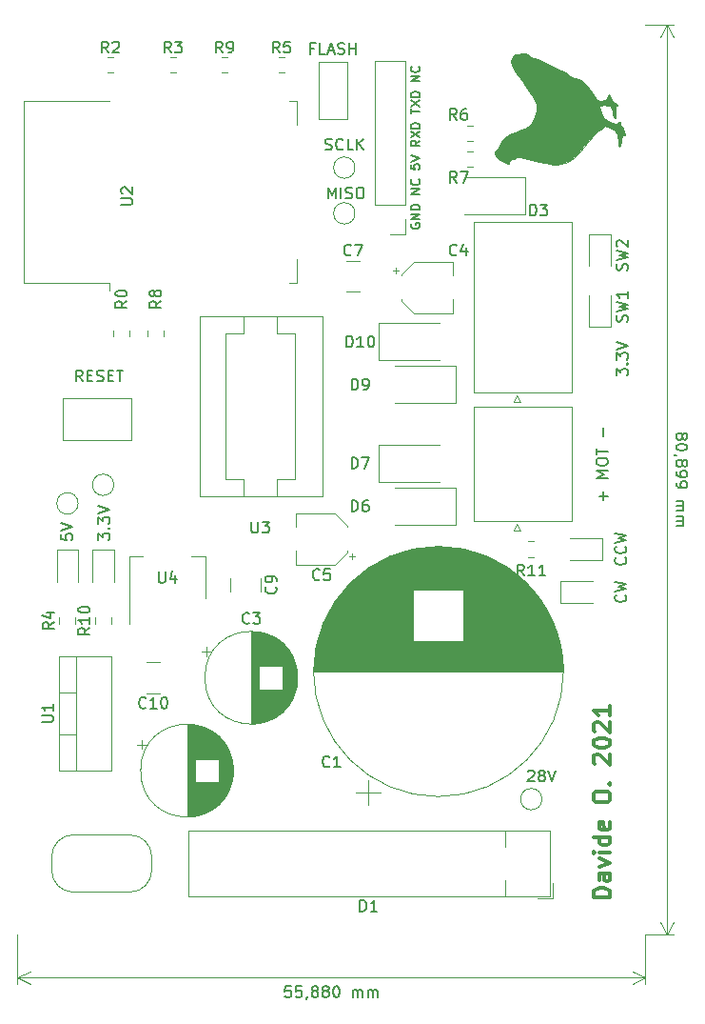
<source format=gbr>
G04 #@! TF.GenerationSoftware,KiCad,Pcbnew,(5.1.5)-3*
G04 #@! TF.CreationDate,2021-02-28T20:58:20+01:00*
G04 #@! TF.ProjectId,ATtimer,41547469-6d65-4722-9e6b-696361645f70,rev?*
G04 #@! TF.SameCoordinates,Original*
G04 #@! TF.FileFunction,Legend,Top*
G04 #@! TF.FilePolarity,Positive*
%FSLAX46Y46*%
G04 Gerber Fmt 4.6, Leading zero omitted, Abs format (unit mm)*
G04 Created by KiCad (PCBNEW (5.1.5)-3) date 2021-02-28 20:58:20*
%MOMM*%
%LPD*%
G04 APERTURE LIST*
%ADD10C,0.300000*%
%ADD11C,0.150000*%
%ADD12C,0.120000*%
%ADD13C,0.010000*%
G04 APERTURE END LIST*
D10*
X87673571Y-134448285D02*
X86173571Y-134448285D01*
X86173571Y-134091142D01*
X86245000Y-133876857D01*
X86387857Y-133734000D01*
X86530714Y-133662571D01*
X86816428Y-133591142D01*
X87030714Y-133591142D01*
X87316428Y-133662571D01*
X87459285Y-133734000D01*
X87602142Y-133876857D01*
X87673571Y-134091142D01*
X87673571Y-134448285D01*
X87673571Y-132305428D02*
X86887857Y-132305428D01*
X86745000Y-132376857D01*
X86673571Y-132519714D01*
X86673571Y-132805428D01*
X86745000Y-132948285D01*
X87602142Y-132305428D02*
X87673571Y-132448285D01*
X87673571Y-132805428D01*
X87602142Y-132948285D01*
X87459285Y-133019714D01*
X87316428Y-133019714D01*
X87173571Y-132948285D01*
X87102142Y-132805428D01*
X87102142Y-132448285D01*
X87030714Y-132305428D01*
X86673571Y-131734000D02*
X87673571Y-131376857D01*
X86673571Y-131019714D01*
X87673571Y-130448285D02*
X86673571Y-130448285D01*
X86173571Y-130448285D02*
X86245000Y-130519714D01*
X86316428Y-130448285D01*
X86245000Y-130376857D01*
X86173571Y-130448285D01*
X86316428Y-130448285D01*
X87673571Y-129091142D02*
X86173571Y-129091142D01*
X87602142Y-129091142D02*
X87673571Y-129234000D01*
X87673571Y-129519714D01*
X87602142Y-129662571D01*
X87530714Y-129734000D01*
X87387857Y-129805428D01*
X86959285Y-129805428D01*
X86816428Y-129734000D01*
X86745000Y-129662571D01*
X86673571Y-129519714D01*
X86673571Y-129234000D01*
X86745000Y-129091142D01*
X87602142Y-127805428D02*
X87673571Y-127948285D01*
X87673571Y-128234000D01*
X87602142Y-128376857D01*
X87459285Y-128448285D01*
X86887857Y-128448285D01*
X86745000Y-128376857D01*
X86673571Y-128234000D01*
X86673571Y-127948285D01*
X86745000Y-127805428D01*
X86887857Y-127734000D01*
X87030714Y-127734000D01*
X87173571Y-128448285D01*
X86173571Y-125662571D02*
X86173571Y-125376857D01*
X86245000Y-125234000D01*
X86387857Y-125091142D01*
X86673571Y-125019714D01*
X87173571Y-125019714D01*
X87459285Y-125091142D01*
X87602142Y-125234000D01*
X87673571Y-125376857D01*
X87673571Y-125662571D01*
X87602142Y-125805428D01*
X87459285Y-125948285D01*
X87173571Y-126019714D01*
X86673571Y-126019714D01*
X86387857Y-125948285D01*
X86245000Y-125805428D01*
X86173571Y-125662571D01*
X87530714Y-124376857D02*
X87602142Y-124305428D01*
X87673571Y-124376857D01*
X87602142Y-124448285D01*
X87530714Y-124376857D01*
X87673571Y-124376857D01*
X86316428Y-122591142D02*
X86245000Y-122519714D01*
X86173571Y-122376857D01*
X86173571Y-122019714D01*
X86245000Y-121876857D01*
X86316428Y-121805428D01*
X86459285Y-121734000D01*
X86602142Y-121734000D01*
X86816428Y-121805428D01*
X87673571Y-122662571D01*
X87673571Y-121734000D01*
X86173571Y-120805428D02*
X86173571Y-120662571D01*
X86245000Y-120519714D01*
X86316428Y-120448285D01*
X86459285Y-120376857D01*
X86745000Y-120305428D01*
X87102142Y-120305428D01*
X87387857Y-120376857D01*
X87530714Y-120448285D01*
X87602142Y-120519714D01*
X87673571Y-120662571D01*
X87673571Y-120805428D01*
X87602142Y-120948285D01*
X87530714Y-121019714D01*
X87387857Y-121091142D01*
X87102142Y-121162571D01*
X86745000Y-121162571D01*
X86459285Y-121091142D01*
X86316428Y-121019714D01*
X86245000Y-120948285D01*
X86173571Y-120805428D01*
X86316428Y-119734000D02*
X86245000Y-119662571D01*
X86173571Y-119519714D01*
X86173571Y-119162571D01*
X86245000Y-119019714D01*
X86316428Y-118948285D01*
X86459285Y-118876857D01*
X86602142Y-118876857D01*
X86816428Y-118948285D01*
X87673571Y-119805428D01*
X87673571Y-118876857D01*
X87673571Y-117448285D02*
X87673571Y-118305428D01*
X87673571Y-117876857D02*
X86173571Y-117876857D01*
X86387857Y-118019714D01*
X86530714Y-118162571D01*
X86602142Y-118305428D01*
D11*
X59245952Y-142327380D02*
X58769761Y-142327380D01*
X58722142Y-142803571D01*
X58769761Y-142755952D01*
X58865000Y-142708333D01*
X59103095Y-142708333D01*
X59198333Y-142755952D01*
X59245952Y-142803571D01*
X59293571Y-142898809D01*
X59293571Y-143136904D01*
X59245952Y-143232142D01*
X59198333Y-143279761D01*
X59103095Y-143327380D01*
X58865000Y-143327380D01*
X58769761Y-143279761D01*
X58722142Y-143232142D01*
X60198333Y-142327380D02*
X59722142Y-142327380D01*
X59674523Y-142803571D01*
X59722142Y-142755952D01*
X59817380Y-142708333D01*
X60055476Y-142708333D01*
X60150714Y-142755952D01*
X60198333Y-142803571D01*
X60245952Y-142898809D01*
X60245952Y-143136904D01*
X60198333Y-143232142D01*
X60150714Y-143279761D01*
X60055476Y-143327380D01*
X59817380Y-143327380D01*
X59722142Y-143279761D01*
X59674523Y-143232142D01*
X60722142Y-143279761D02*
X60722142Y-143327380D01*
X60674523Y-143422619D01*
X60626904Y-143470238D01*
X61293571Y-142755952D02*
X61198333Y-142708333D01*
X61150714Y-142660714D01*
X61103095Y-142565476D01*
X61103095Y-142517857D01*
X61150714Y-142422619D01*
X61198333Y-142375000D01*
X61293571Y-142327380D01*
X61484047Y-142327380D01*
X61579285Y-142375000D01*
X61626904Y-142422619D01*
X61674523Y-142517857D01*
X61674523Y-142565476D01*
X61626904Y-142660714D01*
X61579285Y-142708333D01*
X61484047Y-142755952D01*
X61293571Y-142755952D01*
X61198333Y-142803571D01*
X61150714Y-142851190D01*
X61103095Y-142946428D01*
X61103095Y-143136904D01*
X61150714Y-143232142D01*
X61198333Y-143279761D01*
X61293571Y-143327380D01*
X61484047Y-143327380D01*
X61579285Y-143279761D01*
X61626904Y-143232142D01*
X61674523Y-143136904D01*
X61674523Y-142946428D01*
X61626904Y-142851190D01*
X61579285Y-142803571D01*
X61484047Y-142755952D01*
X62245952Y-142755952D02*
X62150714Y-142708333D01*
X62103095Y-142660714D01*
X62055476Y-142565476D01*
X62055476Y-142517857D01*
X62103095Y-142422619D01*
X62150714Y-142375000D01*
X62245952Y-142327380D01*
X62436428Y-142327380D01*
X62531666Y-142375000D01*
X62579285Y-142422619D01*
X62626904Y-142517857D01*
X62626904Y-142565476D01*
X62579285Y-142660714D01*
X62531666Y-142708333D01*
X62436428Y-142755952D01*
X62245952Y-142755952D01*
X62150714Y-142803571D01*
X62103095Y-142851190D01*
X62055476Y-142946428D01*
X62055476Y-143136904D01*
X62103095Y-143232142D01*
X62150714Y-143279761D01*
X62245952Y-143327380D01*
X62436428Y-143327380D01*
X62531666Y-143279761D01*
X62579285Y-143232142D01*
X62626904Y-143136904D01*
X62626904Y-142946428D01*
X62579285Y-142851190D01*
X62531666Y-142803571D01*
X62436428Y-142755952D01*
X63245952Y-142327380D02*
X63341190Y-142327380D01*
X63436428Y-142375000D01*
X63484047Y-142422619D01*
X63531666Y-142517857D01*
X63579285Y-142708333D01*
X63579285Y-142946428D01*
X63531666Y-143136904D01*
X63484047Y-143232142D01*
X63436428Y-143279761D01*
X63341190Y-143327380D01*
X63245952Y-143327380D01*
X63150714Y-143279761D01*
X63103095Y-143232142D01*
X63055476Y-143136904D01*
X63007857Y-142946428D01*
X63007857Y-142708333D01*
X63055476Y-142517857D01*
X63103095Y-142422619D01*
X63150714Y-142375000D01*
X63245952Y-142327380D01*
X64769761Y-143327380D02*
X64769761Y-142660714D01*
X64769761Y-142755952D02*
X64817380Y-142708333D01*
X64912619Y-142660714D01*
X65055476Y-142660714D01*
X65150714Y-142708333D01*
X65198333Y-142803571D01*
X65198333Y-143327380D01*
X65198333Y-142803571D02*
X65245952Y-142708333D01*
X65341190Y-142660714D01*
X65484047Y-142660714D01*
X65579285Y-142708333D01*
X65626904Y-142803571D01*
X65626904Y-143327380D01*
X66103095Y-143327380D02*
X66103095Y-142660714D01*
X66103095Y-142755952D02*
X66150714Y-142708333D01*
X66245952Y-142660714D01*
X66388809Y-142660714D01*
X66484047Y-142708333D01*
X66531666Y-142803571D01*
X66531666Y-143327380D01*
X66531666Y-142803571D02*
X66579285Y-142708333D01*
X66674523Y-142660714D01*
X66817380Y-142660714D01*
X66912619Y-142708333D01*
X66960238Y-142803571D01*
X66960238Y-143327380D01*
D12*
X90805000Y-141605000D02*
X34925000Y-141605000D01*
X90805000Y-137795000D02*
X90805000Y-142191421D01*
X34925000Y-137795000D02*
X34925000Y-142191421D01*
X34925000Y-141605000D02*
X36051504Y-141018579D01*
X34925000Y-141605000D02*
X36051504Y-142191421D01*
X90805000Y-141605000D02*
X89678496Y-141018579D01*
X90805000Y-141605000D02*
X89678496Y-142191421D01*
D11*
X94099047Y-93393119D02*
X94146666Y-93297880D01*
X94194285Y-93250261D01*
X94289523Y-93202642D01*
X94337142Y-93202642D01*
X94432380Y-93250261D01*
X94480000Y-93297880D01*
X94527619Y-93393119D01*
X94527619Y-93583595D01*
X94480000Y-93678833D01*
X94432380Y-93726452D01*
X94337142Y-93774071D01*
X94289523Y-93774071D01*
X94194285Y-93726452D01*
X94146666Y-93678833D01*
X94099047Y-93583595D01*
X94099047Y-93393119D01*
X94051428Y-93297880D01*
X94003809Y-93250261D01*
X93908571Y-93202642D01*
X93718095Y-93202642D01*
X93622857Y-93250261D01*
X93575238Y-93297880D01*
X93527619Y-93393119D01*
X93527619Y-93583595D01*
X93575238Y-93678833D01*
X93622857Y-93726452D01*
X93718095Y-93774071D01*
X93908571Y-93774071D01*
X94003809Y-93726452D01*
X94051428Y-93678833D01*
X94099047Y-93583595D01*
X94527619Y-94393119D02*
X94527619Y-94488357D01*
X94480000Y-94583595D01*
X94432380Y-94631214D01*
X94337142Y-94678833D01*
X94146666Y-94726452D01*
X93908571Y-94726452D01*
X93718095Y-94678833D01*
X93622857Y-94631214D01*
X93575238Y-94583595D01*
X93527619Y-94488357D01*
X93527619Y-94393119D01*
X93575238Y-94297880D01*
X93622857Y-94250261D01*
X93718095Y-94202642D01*
X93908571Y-94155023D01*
X94146666Y-94155023D01*
X94337142Y-94202642D01*
X94432380Y-94250261D01*
X94480000Y-94297880D01*
X94527619Y-94393119D01*
X93575238Y-95202642D02*
X93527619Y-95202642D01*
X93432380Y-95155023D01*
X93384761Y-95107404D01*
X94099047Y-95774071D02*
X94146666Y-95678833D01*
X94194285Y-95631214D01*
X94289523Y-95583595D01*
X94337142Y-95583595D01*
X94432380Y-95631214D01*
X94480000Y-95678833D01*
X94527619Y-95774071D01*
X94527619Y-95964547D01*
X94480000Y-96059785D01*
X94432380Y-96107404D01*
X94337142Y-96155023D01*
X94289523Y-96155023D01*
X94194285Y-96107404D01*
X94146666Y-96059785D01*
X94099047Y-95964547D01*
X94099047Y-95774071D01*
X94051428Y-95678833D01*
X94003809Y-95631214D01*
X93908571Y-95583595D01*
X93718095Y-95583595D01*
X93622857Y-95631214D01*
X93575238Y-95678833D01*
X93527619Y-95774071D01*
X93527619Y-95964547D01*
X93575238Y-96059785D01*
X93622857Y-96107404D01*
X93718095Y-96155023D01*
X93908571Y-96155023D01*
X94003809Y-96107404D01*
X94051428Y-96059785D01*
X94099047Y-95964547D01*
X93527619Y-96631214D02*
X93527619Y-96821690D01*
X93575238Y-96916928D01*
X93622857Y-96964547D01*
X93765714Y-97059785D01*
X93956190Y-97107404D01*
X94337142Y-97107404D01*
X94432380Y-97059785D01*
X94480000Y-97012166D01*
X94527619Y-96916928D01*
X94527619Y-96726452D01*
X94480000Y-96631214D01*
X94432380Y-96583595D01*
X94337142Y-96535976D01*
X94099047Y-96535976D01*
X94003809Y-96583595D01*
X93956190Y-96631214D01*
X93908571Y-96726452D01*
X93908571Y-96916928D01*
X93956190Y-97012166D01*
X94003809Y-97059785D01*
X94099047Y-97107404D01*
X93527619Y-97583595D02*
X93527619Y-97774071D01*
X93575238Y-97869309D01*
X93622857Y-97916928D01*
X93765714Y-98012166D01*
X93956190Y-98059785D01*
X94337142Y-98059785D01*
X94432380Y-98012166D01*
X94480000Y-97964547D01*
X94527619Y-97869309D01*
X94527619Y-97678833D01*
X94480000Y-97583595D01*
X94432380Y-97535976D01*
X94337142Y-97488357D01*
X94099047Y-97488357D01*
X94003809Y-97535976D01*
X93956190Y-97583595D01*
X93908571Y-97678833D01*
X93908571Y-97869309D01*
X93956190Y-97964547D01*
X94003809Y-98012166D01*
X94099047Y-98059785D01*
X93527619Y-99250261D02*
X94194285Y-99250261D01*
X94099047Y-99250261D02*
X94146666Y-99297880D01*
X94194285Y-99393119D01*
X94194285Y-99535976D01*
X94146666Y-99631214D01*
X94051428Y-99678833D01*
X93527619Y-99678833D01*
X94051428Y-99678833D02*
X94146666Y-99726452D01*
X94194285Y-99821690D01*
X94194285Y-99964547D01*
X94146666Y-100059785D01*
X94051428Y-100107404D01*
X93527619Y-100107404D01*
X93527619Y-100583595D02*
X94194285Y-100583595D01*
X94099047Y-100583595D02*
X94146666Y-100631214D01*
X94194285Y-100726452D01*
X94194285Y-100869309D01*
X94146666Y-100964547D01*
X94051428Y-101012166D01*
X93527619Y-101012166D01*
X94051428Y-101012166D02*
X94146666Y-101059785D01*
X94194285Y-101155023D01*
X94194285Y-101297880D01*
X94146666Y-101393119D01*
X94051428Y-101440738D01*
X93527619Y-101440738D01*
D12*
X92710000Y-56896000D02*
X92710000Y-137795000D01*
X90805000Y-56896000D02*
X93296421Y-56896000D01*
X90805000Y-137795000D02*
X93296421Y-137795000D01*
X92710000Y-137795000D02*
X92123579Y-136668496D01*
X92710000Y-137795000D02*
X93296421Y-136668496D01*
X92710000Y-56896000D02*
X92123579Y-58022504D01*
X92710000Y-56896000D02*
X93296421Y-58022504D01*
X43495000Y-97790000D02*
G75*
G03X43495000Y-97790000I-950000J0D01*
G01*
X40320000Y-99441000D02*
G75*
G03X40320000Y-99441000I-950000J0D01*
G01*
X81595000Y-125730000D02*
G75*
G03X81595000Y-125730000I-950000J0D01*
G01*
X44958000Y-133985000D02*
X43053000Y-133985000D01*
X44958000Y-128905000D02*
X43053000Y-128905000D01*
X37973000Y-130810000D02*
X37973000Y-132080000D01*
X39878000Y-128905000D02*
X43053000Y-128905000D01*
X43053000Y-133985000D02*
X39878000Y-133985000D01*
X46863000Y-130810000D02*
X46863000Y-132080000D01*
X44958000Y-128905000D02*
G75*
G02X46863000Y-130810000I0J-1905000D01*
G01*
X37973000Y-130810000D02*
G75*
G02X39878000Y-128905000I1905000J0D01*
G01*
X39878000Y-133985000D02*
G75*
G02X37973000Y-132080000I0J1905000D01*
G01*
X46863000Y-132080000D02*
G75*
G02X44958000Y-133985000I-1905000J0D01*
G01*
X85781000Y-75483000D02*
X85781000Y-78343000D01*
X87701000Y-75483000D02*
X85781000Y-75483000D01*
X87701000Y-78343000D02*
X87701000Y-75483000D01*
X87701000Y-83775000D02*
X87701000Y-80915000D01*
X85781000Y-83775000D02*
X87701000Y-83775000D01*
X85781000Y-80915000D02*
X85781000Y-83775000D01*
D13*
G36*
X77465436Y-68064921D02*
G01*
X77587916Y-67971908D01*
X77725385Y-67860694D01*
X77796079Y-67690438D01*
X77954836Y-67324274D01*
X78277843Y-66981055D01*
X78761212Y-66663651D01*
X79401052Y-66374929D01*
X79745015Y-66253142D01*
X80074405Y-66124200D01*
X80369570Y-65973296D01*
X80559131Y-65839209D01*
X80734677Y-65605162D01*
X80907346Y-65268252D01*
X81050678Y-64893296D01*
X81138213Y-64545113D01*
X81152999Y-64384425D01*
X81101538Y-64022073D01*
X80967736Y-63616462D01*
X80782468Y-63248862D01*
X80656177Y-63076667D01*
X80117407Y-62355830D01*
X79927116Y-62018333D01*
X79780674Y-61783637D01*
X79572315Y-61508490D01*
X79441876Y-61357054D01*
X79104732Y-60913943D01*
X78913975Y-60488260D01*
X78873973Y-60094342D01*
X78964341Y-59790267D01*
X79122326Y-59574398D01*
X79301232Y-59511251D01*
X79400229Y-59529595D01*
X79589282Y-59521831D01*
X79671928Y-59477840D01*
X79867750Y-59417458D01*
X80141438Y-59466973D01*
X80451364Y-59616303D01*
X80566344Y-59694435D01*
X80783852Y-59827168D01*
X80973216Y-59898019D01*
X81008218Y-59901667D01*
X81134599Y-59917683D01*
X81301164Y-59975777D01*
X81543810Y-60091017D01*
X81872666Y-60264548D01*
X82097128Y-60385625D01*
X82386256Y-60541467D01*
X82543789Y-60626336D01*
X82867910Y-60782420D01*
X83211288Y-60920517D01*
X83350431Y-60966685D01*
X83710099Y-61132311D01*
X84026701Y-61378221D01*
X84029418Y-61381013D01*
X84257463Y-61572823D01*
X84465052Y-61672856D01*
X84517315Y-61679667D01*
X84846990Y-61742304D01*
X85188558Y-61935794D01*
X85551533Y-62268503D01*
X85945426Y-62748798D01*
X86278372Y-63228407D01*
X86453680Y-63486038D01*
X86577487Y-63627227D01*
X86687043Y-63679743D01*
X86819599Y-63671355D01*
X86861192Y-63662890D01*
X87185306Y-63566467D01*
X87368021Y-63438382D01*
X87433587Y-63285165D01*
X87497728Y-63125912D01*
X87586635Y-63111114D01*
X87653252Y-63244385D01*
X87657164Y-63267997D01*
X87736809Y-63431454D01*
X87908410Y-63630333D01*
X88016997Y-63726667D01*
X88254769Y-63938669D01*
X88343488Y-64073282D01*
X88283953Y-64131972D01*
X88239820Y-64135000D01*
X88179915Y-64181319D01*
X88155095Y-64337958D01*
X88161754Y-64631442D01*
X88165017Y-64685333D01*
X88172752Y-65011223D01*
X88147244Y-65197183D01*
X88111235Y-65235667D01*
X88043041Y-65204518D01*
X87986721Y-65090336D01*
X87931134Y-64862019D01*
X87883816Y-64600667D01*
X87826307Y-64357786D01*
X87755633Y-64180577D01*
X87739056Y-64156167D01*
X87615304Y-64100440D01*
X87391797Y-64064308D01*
X87129642Y-64050099D01*
X86889949Y-64060143D01*
X86733825Y-64096770D01*
X86709831Y-64116935D01*
X86714776Y-64225367D01*
X86767971Y-64443601D01*
X86851795Y-64706268D01*
X86951577Y-64975705D01*
X87047308Y-65150524D01*
X87182141Y-65275482D01*
X87399225Y-65395338D01*
X87612370Y-65495163D01*
X87911471Y-65628640D01*
X88099737Y-65694546D01*
X88218189Y-65700231D01*
X88307849Y-65653044D01*
X88339909Y-65625497D01*
X88507564Y-65505735D01*
X88588467Y-65522813D01*
X88580196Y-65654941D01*
X88580460Y-65800930D01*
X88621545Y-65848404D01*
X88703710Y-65939877D01*
X88797097Y-66128804D01*
X88812788Y-66169964D01*
X88904134Y-66414293D01*
X88982610Y-66613363D01*
X88987512Y-66625109D01*
X89014220Y-66741670D01*
X88922913Y-66751209D01*
X88877677Y-66740368D01*
X88780126Y-66729809D01*
X88719281Y-66784372D01*
X88678926Y-66938245D01*
X88642848Y-67225614D01*
X88641476Y-67238396D01*
X88590088Y-67566171D01*
X88529549Y-67729305D01*
X88468139Y-67731591D01*
X88414139Y-67576822D01*
X88375829Y-67268791D01*
X88367124Y-67112728D01*
X88344642Y-66816656D01*
X88308500Y-66600539D01*
X88266079Y-66506706D01*
X88261290Y-66505667D01*
X88186224Y-66438629D01*
X88180333Y-66398660D01*
X88108527Y-66312049D01*
X87920891Y-66190522D01*
X87676257Y-66068865D01*
X87172182Y-65846077D01*
X87039305Y-66048872D01*
X86903040Y-66197219D01*
X86784327Y-66251667D01*
X86607697Y-66321635D01*
X86365485Y-66518570D01*
X86077163Y-66823020D01*
X85762208Y-67215530D01*
X85612169Y-67422546D01*
X85047043Y-68137251D01*
X84473655Y-68683514D01*
X83890937Y-69062070D01*
X83297825Y-69273657D01*
X82863048Y-69323037D01*
X82616048Y-69311960D01*
X82292636Y-69270297D01*
X81875375Y-69194583D01*
X81346832Y-69081352D01*
X80689571Y-68927140D01*
X79941956Y-68742511D01*
X79655401Y-68677404D01*
X79475695Y-68662361D01*
X79347795Y-68697807D01*
X79266951Y-68747715D01*
X79050542Y-68848241D01*
X78890494Y-68876333D01*
X78742260Y-68916439D01*
X78697942Y-69066381D01*
X78697666Y-69088000D01*
X78661968Y-69262399D01*
X78557677Y-69282578D01*
X78417608Y-69176847D01*
X78240441Y-69060812D01*
X78076267Y-68999182D01*
X77774286Y-68857092D01*
X77545711Y-68625032D01*
X77432845Y-68349926D01*
X77427666Y-68279783D01*
X77465436Y-68064921D01*
G37*
X77465436Y-68064921D02*
X77587916Y-67971908D01*
X77725385Y-67860694D01*
X77796079Y-67690438D01*
X77954836Y-67324274D01*
X78277843Y-66981055D01*
X78761212Y-66663651D01*
X79401052Y-66374929D01*
X79745015Y-66253142D01*
X80074405Y-66124200D01*
X80369570Y-65973296D01*
X80559131Y-65839209D01*
X80734677Y-65605162D01*
X80907346Y-65268252D01*
X81050678Y-64893296D01*
X81138213Y-64545113D01*
X81152999Y-64384425D01*
X81101538Y-64022073D01*
X80967736Y-63616462D01*
X80782468Y-63248862D01*
X80656177Y-63076667D01*
X80117407Y-62355830D01*
X79927116Y-62018333D01*
X79780674Y-61783637D01*
X79572315Y-61508490D01*
X79441876Y-61357054D01*
X79104732Y-60913943D01*
X78913975Y-60488260D01*
X78873973Y-60094342D01*
X78964341Y-59790267D01*
X79122326Y-59574398D01*
X79301232Y-59511251D01*
X79400229Y-59529595D01*
X79589282Y-59521831D01*
X79671928Y-59477840D01*
X79867750Y-59417458D01*
X80141438Y-59466973D01*
X80451364Y-59616303D01*
X80566344Y-59694435D01*
X80783852Y-59827168D01*
X80973216Y-59898019D01*
X81008218Y-59901667D01*
X81134599Y-59917683D01*
X81301164Y-59975777D01*
X81543810Y-60091017D01*
X81872666Y-60264548D01*
X82097128Y-60385625D01*
X82386256Y-60541467D01*
X82543789Y-60626336D01*
X82867910Y-60782420D01*
X83211288Y-60920517D01*
X83350431Y-60966685D01*
X83710099Y-61132311D01*
X84026701Y-61378221D01*
X84029418Y-61381013D01*
X84257463Y-61572823D01*
X84465052Y-61672856D01*
X84517315Y-61679667D01*
X84846990Y-61742304D01*
X85188558Y-61935794D01*
X85551533Y-62268503D01*
X85945426Y-62748798D01*
X86278372Y-63228407D01*
X86453680Y-63486038D01*
X86577487Y-63627227D01*
X86687043Y-63679743D01*
X86819599Y-63671355D01*
X86861192Y-63662890D01*
X87185306Y-63566467D01*
X87368021Y-63438382D01*
X87433587Y-63285165D01*
X87497728Y-63125912D01*
X87586635Y-63111114D01*
X87653252Y-63244385D01*
X87657164Y-63267997D01*
X87736809Y-63431454D01*
X87908410Y-63630333D01*
X88016997Y-63726667D01*
X88254769Y-63938669D01*
X88343488Y-64073282D01*
X88283953Y-64131972D01*
X88239820Y-64135000D01*
X88179915Y-64181319D01*
X88155095Y-64337958D01*
X88161754Y-64631442D01*
X88165017Y-64685333D01*
X88172752Y-65011223D01*
X88147244Y-65197183D01*
X88111235Y-65235667D01*
X88043041Y-65204518D01*
X87986721Y-65090336D01*
X87931134Y-64862019D01*
X87883816Y-64600667D01*
X87826307Y-64357786D01*
X87755633Y-64180577D01*
X87739056Y-64156167D01*
X87615304Y-64100440D01*
X87391797Y-64064308D01*
X87129642Y-64050099D01*
X86889949Y-64060143D01*
X86733825Y-64096770D01*
X86709831Y-64116935D01*
X86714776Y-64225367D01*
X86767971Y-64443601D01*
X86851795Y-64706268D01*
X86951577Y-64975705D01*
X87047308Y-65150524D01*
X87182141Y-65275482D01*
X87399225Y-65395338D01*
X87612370Y-65495163D01*
X87911471Y-65628640D01*
X88099737Y-65694546D01*
X88218189Y-65700231D01*
X88307849Y-65653044D01*
X88339909Y-65625497D01*
X88507564Y-65505735D01*
X88588467Y-65522813D01*
X88580196Y-65654941D01*
X88580460Y-65800930D01*
X88621545Y-65848404D01*
X88703710Y-65939877D01*
X88797097Y-66128804D01*
X88812788Y-66169964D01*
X88904134Y-66414293D01*
X88982610Y-66613363D01*
X88987512Y-66625109D01*
X89014220Y-66741670D01*
X88922913Y-66751209D01*
X88877677Y-66740368D01*
X88780126Y-66729809D01*
X88719281Y-66784372D01*
X88678926Y-66938245D01*
X88642848Y-67225614D01*
X88641476Y-67238396D01*
X88590088Y-67566171D01*
X88529549Y-67729305D01*
X88468139Y-67731591D01*
X88414139Y-67576822D01*
X88375829Y-67268791D01*
X88367124Y-67112728D01*
X88344642Y-66816656D01*
X88308500Y-66600539D01*
X88266079Y-66506706D01*
X88261290Y-66505667D01*
X88186224Y-66438629D01*
X88180333Y-66398660D01*
X88108527Y-66312049D01*
X87920891Y-66190522D01*
X87676257Y-66068865D01*
X87172182Y-65846077D01*
X87039305Y-66048872D01*
X86903040Y-66197219D01*
X86784327Y-66251667D01*
X86607697Y-66321635D01*
X86365485Y-66518570D01*
X86077163Y-66823020D01*
X85762208Y-67215530D01*
X85612169Y-67422546D01*
X85047043Y-68137251D01*
X84473655Y-68683514D01*
X83890937Y-69062070D01*
X83297825Y-69273657D01*
X82863048Y-69323037D01*
X82616048Y-69311960D01*
X82292636Y-69270297D01*
X81875375Y-69194583D01*
X81346832Y-69081352D01*
X80689571Y-68927140D01*
X79941956Y-68742511D01*
X79655401Y-68677404D01*
X79475695Y-68662361D01*
X79347795Y-68697807D01*
X79266951Y-68747715D01*
X79050542Y-68848241D01*
X78890494Y-68876333D01*
X78742260Y-68916439D01*
X78697942Y-69066381D01*
X78697666Y-69088000D01*
X78661968Y-69262399D01*
X78557677Y-69282578D01*
X78417608Y-69176847D01*
X78240441Y-69060812D01*
X78076267Y-68999182D01*
X77774286Y-68857092D01*
X77545711Y-68625032D01*
X77432845Y-68349926D01*
X77427666Y-68279783D01*
X77465436Y-68064921D01*
D12*
X45097000Y-90098000D02*
X45097000Y-93798000D01*
X38977000Y-90098000D02*
X45097000Y-90098000D01*
X38977000Y-93798000D02*
X38977000Y-90098000D01*
X45097000Y-93798000D02*
X38977000Y-93798000D01*
X43125000Y-79875000D02*
X43125000Y-80485000D01*
X43125000Y-79875000D02*
X35505000Y-79875000D01*
X59745000Y-79875000D02*
X59125000Y-79875000D01*
X59745000Y-77755000D02*
X59745000Y-79875000D01*
X59745000Y-63635000D02*
X59745000Y-65755000D01*
X59125000Y-63635000D02*
X59745000Y-63635000D01*
X35505000Y-63635000D02*
X43125000Y-63635000D01*
X35505000Y-79875000D02*
X35505000Y-63635000D01*
X64262000Y-60198000D02*
X64262000Y-65278000D01*
X64262000Y-65278000D02*
X61722000Y-65278000D01*
X61722000Y-65278000D02*
X61722000Y-60198000D01*
X61722000Y-60198000D02*
X64262000Y-60198000D01*
X79075000Y-90405000D02*
X79375000Y-89805000D01*
X79675000Y-90405000D02*
X79075000Y-90405000D01*
X79375000Y-89805000D02*
X79675000Y-90405000D01*
X75565000Y-74385000D02*
X75565000Y-89605000D01*
X84285000Y-74385000D02*
X75565000Y-74385000D01*
X84285000Y-89605000D02*
X84285000Y-74385000D01*
X75565000Y-89605000D02*
X84285000Y-89605000D01*
X46000302Y-120475000D02*
X46000302Y-121275000D01*
X45600302Y-120875000D02*
X46400302Y-120875000D01*
X54091000Y-122657000D02*
X54091000Y-123723000D01*
X54051000Y-122422000D02*
X54051000Y-123958000D01*
X54011000Y-122242000D02*
X54011000Y-124138000D01*
X53971000Y-122092000D02*
X53971000Y-124288000D01*
X53931000Y-121961000D02*
X53931000Y-124419000D01*
X53891000Y-121844000D02*
X53891000Y-124536000D01*
X53851000Y-121737000D02*
X53851000Y-124643000D01*
X53811000Y-121638000D02*
X53811000Y-124742000D01*
X53771000Y-121545000D02*
X53771000Y-124835000D01*
X53731000Y-121459000D02*
X53731000Y-124921000D01*
X53691000Y-121377000D02*
X53691000Y-125003000D01*
X53651000Y-121300000D02*
X53651000Y-125080000D01*
X53611000Y-121226000D02*
X53611000Y-125154000D01*
X53571000Y-121156000D02*
X53571000Y-125224000D01*
X53531000Y-121088000D02*
X53531000Y-125292000D01*
X53491000Y-121024000D02*
X53491000Y-125356000D01*
X53451000Y-120962000D02*
X53451000Y-125418000D01*
X53411000Y-120903000D02*
X53411000Y-125477000D01*
X53371000Y-120845000D02*
X53371000Y-125535000D01*
X53331000Y-120790000D02*
X53331000Y-125590000D01*
X53291000Y-120736000D02*
X53291000Y-125644000D01*
X53251000Y-120685000D02*
X53251000Y-125695000D01*
X53211000Y-120634000D02*
X53211000Y-125746000D01*
X53171000Y-120586000D02*
X53171000Y-125794000D01*
X53131000Y-120539000D02*
X53131000Y-125841000D01*
X53091000Y-120493000D02*
X53091000Y-125887000D01*
X53051000Y-120449000D02*
X53051000Y-125931000D01*
X53011000Y-120406000D02*
X53011000Y-125974000D01*
X52971000Y-120364000D02*
X52971000Y-126016000D01*
X52931000Y-120323000D02*
X52931000Y-126057000D01*
X52891000Y-120283000D02*
X52891000Y-126097000D01*
X52851000Y-120245000D02*
X52851000Y-126135000D01*
X52811000Y-120207000D02*
X52811000Y-126173000D01*
X52771000Y-124230000D02*
X52771000Y-126209000D01*
X52771000Y-120171000D02*
X52771000Y-122150000D01*
X52731000Y-124230000D02*
X52731000Y-126245000D01*
X52731000Y-120135000D02*
X52731000Y-122150000D01*
X52691000Y-124230000D02*
X52691000Y-126280000D01*
X52691000Y-120100000D02*
X52691000Y-122150000D01*
X52651000Y-124230000D02*
X52651000Y-126314000D01*
X52651000Y-120066000D02*
X52651000Y-122150000D01*
X52611000Y-124230000D02*
X52611000Y-126346000D01*
X52611000Y-120034000D02*
X52611000Y-122150000D01*
X52571000Y-124230000D02*
X52571000Y-126379000D01*
X52571000Y-120001000D02*
X52571000Y-122150000D01*
X52531000Y-124230000D02*
X52531000Y-126410000D01*
X52531000Y-119970000D02*
X52531000Y-122150000D01*
X52491000Y-124230000D02*
X52491000Y-126440000D01*
X52491000Y-119940000D02*
X52491000Y-122150000D01*
X52451000Y-124230000D02*
X52451000Y-126470000D01*
X52451000Y-119910000D02*
X52451000Y-122150000D01*
X52411000Y-124230000D02*
X52411000Y-126499000D01*
X52411000Y-119881000D02*
X52411000Y-122150000D01*
X52371000Y-124230000D02*
X52371000Y-126528000D01*
X52371000Y-119852000D02*
X52371000Y-122150000D01*
X52331000Y-124230000D02*
X52331000Y-126555000D01*
X52331000Y-119825000D02*
X52331000Y-122150000D01*
X52291000Y-124230000D02*
X52291000Y-126582000D01*
X52291000Y-119798000D02*
X52291000Y-122150000D01*
X52251000Y-124230000D02*
X52251000Y-126608000D01*
X52251000Y-119772000D02*
X52251000Y-122150000D01*
X52211000Y-124230000D02*
X52211000Y-126634000D01*
X52211000Y-119746000D02*
X52211000Y-122150000D01*
X52171000Y-124230000D02*
X52171000Y-126659000D01*
X52171000Y-119721000D02*
X52171000Y-122150000D01*
X52131000Y-124230000D02*
X52131000Y-126683000D01*
X52131000Y-119697000D02*
X52131000Y-122150000D01*
X52091000Y-124230000D02*
X52091000Y-126707000D01*
X52091000Y-119673000D02*
X52091000Y-122150000D01*
X52051000Y-124230000D02*
X52051000Y-126730000D01*
X52051000Y-119650000D02*
X52051000Y-122150000D01*
X52011000Y-124230000D02*
X52011000Y-126752000D01*
X52011000Y-119628000D02*
X52011000Y-122150000D01*
X51971000Y-124230000D02*
X51971000Y-126774000D01*
X51971000Y-119606000D02*
X51971000Y-122150000D01*
X51931000Y-124230000D02*
X51931000Y-126796000D01*
X51931000Y-119584000D02*
X51931000Y-122150000D01*
X51891000Y-124230000D02*
X51891000Y-126817000D01*
X51891000Y-119563000D02*
X51891000Y-122150000D01*
X51851000Y-124230000D02*
X51851000Y-126837000D01*
X51851000Y-119543000D02*
X51851000Y-122150000D01*
X51811000Y-124230000D02*
X51811000Y-126856000D01*
X51811000Y-119524000D02*
X51811000Y-122150000D01*
X51771000Y-124230000D02*
X51771000Y-126876000D01*
X51771000Y-119504000D02*
X51771000Y-122150000D01*
X51731000Y-124230000D02*
X51731000Y-126894000D01*
X51731000Y-119486000D02*
X51731000Y-122150000D01*
X51691000Y-124230000D02*
X51691000Y-126912000D01*
X51691000Y-119468000D02*
X51691000Y-122150000D01*
X51651000Y-124230000D02*
X51651000Y-126930000D01*
X51651000Y-119450000D02*
X51651000Y-122150000D01*
X51611000Y-124230000D02*
X51611000Y-126947000D01*
X51611000Y-119433000D02*
X51611000Y-122150000D01*
X51571000Y-124230000D02*
X51571000Y-126964000D01*
X51571000Y-119416000D02*
X51571000Y-122150000D01*
X51531000Y-124230000D02*
X51531000Y-126980000D01*
X51531000Y-119400000D02*
X51531000Y-122150000D01*
X51491000Y-124230000D02*
X51491000Y-126995000D01*
X51491000Y-119385000D02*
X51491000Y-122150000D01*
X51451000Y-124230000D02*
X51451000Y-127011000D01*
X51451000Y-119369000D02*
X51451000Y-122150000D01*
X51411000Y-124230000D02*
X51411000Y-127025000D01*
X51411000Y-119355000D02*
X51411000Y-122150000D01*
X51371000Y-124230000D02*
X51371000Y-127040000D01*
X51371000Y-119340000D02*
X51371000Y-122150000D01*
X51331000Y-124230000D02*
X51331000Y-127053000D01*
X51331000Y-119327000D02*
X51331000Y-122150000D01*
X51291000Y-124230000D02*
X51291000Y-127067000D01*
X51291000Y-119313000D02*
X51291000Y-122150000D01*
X51251000Y-124230000D02*
X51251000Y-127079000D01*
X51251000Y-119301000D02*
X51251000Y-122150000D01*
X51211000Y-124230000D02*
X51211000Y-127092000D01*
X51211000Y-119288000D02*
X51211000Y-122150000D01*
X51171000Y-124230000D02*
X51171000Y-127104000D01*
X51171000Y-119276000D02*
X51171000Y-122150000D01*
X51131000Y-124230000D02*
X51131000Y-127115000D01*
X51131000Y-119265000D02*
X51131000Y-122150000D01*
X51091000Y-124230000D02*
X51091000Y-127126000D01*
X51091000Y-119254000D02*
X51091000Y-122150000D01*
X51051000Y-124230000D02*
X51051000Y-127137000D01*
X51051000Y-119243000D02*
X51051000Y-122150000D01*
X51011000Y-124230000D02*
X51011000Y-127147000D01*
X51011000Y-119233000D02*
X51011000Y-122150000D01*
X50971000Y-124230000D02*
X50971000Y-127157000D01*
X50971000Y-119223000D02*
X50971000Y-122150000D01*
X50931000Y-124230000D02*
X50931000Y-127166000D01*
X50931000Y-119214000D02*
X50931000Y-122150000D01*
X50891000Y-124230000D02*
X50891000Y-127175000D01*
X50891000Y-119205000D02*
X50891000Y-122150000D01*
X50851000Y-124230000D02*
X50851000Y-127184000D01*
X50851000Y-119196000D02*
X50851000Y-122150000D01*
X50811000Y-124230000D02*
X50811000Y-127192000D01*
X50811000Y-119188000D02*
X50811000Y-122150000D01*
X50771000Y-124230000D02*
X50771000Y-127200000D01*
X50771000Y-119180000D02*
X50771000Y-122150000D01*
X50731000Y-124230000D02*
X50731000Y-127207000D01*
X50731000Y-119173000D02*
X50731000Y-122150000D01*
X50690000Y-119166000D02*
X50690000Y-127214000D01*
X50650000Y-119160000D02*
X50650000Y-127220000D01*
X50610000Y-119153000D02*
X50610000Y-127227000D01*
X50570000Y-119148000D02*
X50570000Y-127232000D01*
X50530000Y-119142000D02*
X50530000Y-127238000D01*
X50490000Y-119138000D02*
X50490000Y-127242000D01*
X50450000Y-119133000D02*
X50450000Y-127247000D01*
X50410000Y-119129000D02*
X50410000Y-127251000D01*
X50370000Y-119125000D02*
X50370000Y-127255000D01*
X50330000Y-119122000D02*
X50330000Y-127258000D01*
X50290000Y-119119000D02*
X50290000Y-127261000D01*
X50250000Y-119116000D02*
X50250000Y-127264000D01*
X50210000Y-119114000D02*
X50210000Y-127266000D01*
X50170000Y-119113000D02*
X50170000Y-127267000D01*
X50130000Y-119111000D02*
X50130000Y-127269000D01*
X50090000Y-119110000D02*
X50090000Y-127270000D01*
X50050000Y-119110000D02*
X50050000Y-127270000D01*
X50010000Y-119110000D02*
X50010000Y-127270000D01*
X54130000Y-123190000D02*
G75*
G03X54130000Y-123190000I-4120000J0D01*
G01*
X51715302Y-112220000D02*
X51715302Y-113020000D01*
X51315302Y-112620000D02*
X52115302Y-112620000D01*
X59806000Y-114402000D02*
X59806000Y-115468000D01*
X59766000Y-114167000D02*
X59766000Y-115703000D01*
X59726000Y-113987000D02*
X59726000Y-115883000D01*
X59686000Y-113837000D02*
X59686000Y-116033000D01*
X59646000Y-113706000D02*
X59646000Y-116164000D01*
X59606000Y-113589000D02*
X59606000Y-116281000D01*
X59566000Y-113482000D02*
X59566000Y-116388000D01*
X59526000Y-113383000D02*
X59526000Y-116487000D01*
X59486000Y-113290000D02*
X59486000Y-116580000D01*
X59446000Y-113204000D02*
X59446000Y-116666000D01*
X59406000Y-113122000D02*
X59406000Y-116748000D01*
X59366000Y-113045000D02*
X59366000Y-116825000D01*
X59326000Y-112971000D02*
X59326000Y-116899000D01*
X59286000Y-112901000D02*
X59286000Y-116969000D01*
X59246000Y-112833000D02*
X59246000Y-117037000D01*
X59206000Y-112769000D02*
X59206000Y-117101000D01*
X59166000Y-112707000D02*
X59166000Y-117163000D01*
X59126000Y-112648000D02*
X59126000Y-117222000D01*
X59086000Y-112590000D02*
X59086000Y-117280000D01*
X59046000Y-112535000D02*
X59046000Y-117335000D01*
X59006000Y-112481000D02*
X59006000Y-117389000D01*
X58966000Y-112430000D02*
X58966000Y-117440000D01*
X58926000Y-112379000D02*
X58926000Y-117491000D01*
X58886000Y-112331000D02*
X58886000Y-117539000D01*
X58846000Y-112284000D02*
X58846000Y-117586000D01*
X58806000Y-112238000D02*
X58806000Y-117632000D01*
X58766000Y-112194000D02*
X58766000Y-117676000D01*
X58726000Y-112151000D02*
X58726000Y-117719000D01*
X58686000Y-112109000D02*
X58686000Y-117761000D01*
X58646000Y-112068000D02*
X58646000Y-117802000D01*
X58606000Y-112028000D02*
X58606000Y-117842000D01*
X58566000Y-111990000D02*
X58566000Y-117880000D01*
X58526000Y-111952000D02*
X58526000Y-117918000D01*
X58486000Y-115975000D02*
X58486000Y-117954000D01*
X58486000Y-111916000D02*
X58486000Y-113895000D01*
X58446000Y-115975000D02*
X58446000Y-117990000D01*
X58446000Y-111880000D02*
X58446000Y-113895000D01*
X58406000Y-115975000D02*
X58406000Y-118025000D01*
X58406000Y-111845000D02*
X58406000Y-113895000D01*
X58366000Y-115975000D02*
X58366000Y-118059000D01*
X58366000Y-111811000D02*
X58366000Y-113895000D01*
X58326000Y-115975000D02*
X58326000Y-118091000D01*
X58326000Y-111779000D02*
X58326000Y-113895000D01*
X58286000Y-115975000D02*
X58286000Y-118124000D01*
X58286000Y-111746000D02*
X58286000Y-113895000D01*
X58246000Y-115975000D02*
X58246000Y-118155000D01*
X58246000Y-111715000D02*
X58246000Y-113895000D01*
X58206000Y-115975000D02*
X58206000Y-118185000D01*
X58206000Y-111685000D02*
X58206000Y-113895000D01*
X58166000Y-115975000D02*
X58166000Y-118215000D01*
X58166000Y-111655000D02*
X58166000Y-113895000D01*
X58126000Y-115975000D02*
X58126000Y-118244000D01*
X58126000Y-111626000D02*
X58126000Y-113895000D01*
X58086000Y-115975000D02*
X58086000Y-118273000D01*
X58086000Y-111597000D02*
X58086000Y-113895000D01*
X58046000Y-115975000D02*
X58046000Y-118300000D01*
X58046000Y-111570000D02*
X58046000Y-113895000D01*
X58006000Y-115975000D02*
X58006000Y-118327000D01*
X58006000Y-111543000D02*
X58006000Y-113895000D01*
X57966000Y-115975000D02*
X57966000Y-118353000D01*
X57966000Y-111517000D02*
X57966000Y-113895000D01*
X57926000Y-115975000D02*
X57926000Y-118379000D01*
X57926000Y-111491000D02*
X57926000Y-113895000D01*
X57886000Y-115975000D02*
X57886000Y-118404000D01*
X57886000Y-111466000D02*
X57886000Y-113895000D01*
X57846000Y-115975000D02*
X57846000Y-118428000D01*
X57846000Y-111442000D02*
X57846000Y-113895000D01*
X57806000Y-115975000D02*
X57806000Y-118452000D01*
X57806000Y-111418000D02*
X57806000Y-113895000D01*
X57766000Y-115975000D02*
X57766000Y-118475000D01*
X57766000Y-111395000D02*
X57766000Y-113895000D01*
X57726000Y-115975000D02*
X57726000Y-118497000D01*
X57726000Y-111373000D02*
X57726000Y-113895000D01*
X57686000Y-115975000D02*
X57686000Y-118519000D01*
X57686000Y-111351000D02*
X57686000Y-113895000D01*
X57646000Y-115975000D02*
X57646000Y-118541000D01*
X57646000Y-111329000D02*
X57646000Y-113895000D01*
X57606000Y-115975000D02*
X57606000Y-118562000D01*
X57606000Y-111308000D02*
X57606000Y-113895000D01*
X57566000Y-115975000D02*
X57566000Y-118582000D01*
X57566000Y-111288000D02*
X57566000Y-113895000D01*
X57526000Y-115975000D02*
X57526000Y-118601000D01*
X57526000Y-111269000D02*
X57526000Y-113895000D01*
X57486000Y-115975000D02*
X57486000Y-118621000D01*
X57486000Y-111249000D02*
X57486000Y-113895000D01*
X57446000Y-115975000D02*
X57446000Y-118639000D01*
X57446000Y-111231000D02*
X57446000Y-113895000D01*
X57406000Y-115975000D02*
X57406000Y-118657000D01*
X57406000Y-111213000D02*
X57406000Y-113895000D01*
X57366000Y-115975000D02*
X57366000Y-118675000D01*
X57366000Y-111195000D02*
X57366000Y-113895000D01*
X57326000Y-115975000D02*
X57326000Y-118692000D01*
X57326000Y-111178000D02*
X57326000Y-113895000D01*
X57286000Y-115975000D02*
X57286000Y-118709000D01*
X57286000Y-111161000D02*
X57286000Y-113895000D01*
X57246000Y-115975000D02*
X57246000Y-118725000D01*
X57246000Y-111145000D02*
X57246000Y-113895000D01*
X57206000Y-115975000D02*
X57206000Y-118740000D01*
X57206000Y-111130000D02*
X57206000Y-113895000D01*
X57166000Y-115975000D02*
X57166000Y-118756000D01*
X57166000Y-111114000D02*
X57166000Y-113895000D01*
X57126000Y-115975000D02*
X57126000Y-118770000D01*
X57126000Y-111100000D02*
X57126000Y-113895000D01*
X57086000Y-115975000D02*
X57086000Y-118785000D01*
X57086000Y-111085000D02*
X57086000Y-113895000D01*
X57046000Y-115975000D02*
X57046000Y-118798000D01*
X57046000Y-111072000D02*
X57046000Y-113895000D01*
X57006000Y-115975000D02*
X57006000Y-118812000D01*
X57006000Y-111058000D02*
X57006000Y-113895000D01*
X56966000Y-115975000D02*
X56966000Y-118824000D01*
X56966000Y-111046000D02*
X56966000Y-113895000D01*
X56926000Y-115975000D02*
X56926000Y-118837000D01*
X56926000Y-111033000D02*
X56926000Y-113895000D01*
X56886000Y-115975000D02*
X56886000Y-118849000D01*
X56886000Y-111021000D02*
X56886000Y-113895000D01*
X56846000Y-115975000D02*
X56846000Y-118860000D01*
X56846000Y-111010000D02*
X56846000Y-113895000D01*
X56806000Y-115975000D02*
X56806000Y-118871000D01*
X56806000Y-110999000D02*
X56806000Y-113895000D01*
X56766000Y-115975000D02*
X56766000Y-118882000D01*
X56766000Y-110988000D02*
X56766000Y-113895000D01*
X56726000Y-115975000D02*
X56726000Y-118892000D01*
X56726000Y-110978000D02*
X56726000Y-113895000D01*
X56686000Y-115975000D02*
X56686000Y-118902000D01*
X56686000Y-110968000D02*
X56686000Y-113895000D01*
X56646000Y-115975000D02*
X56646000Y-118911000D01*
X56646000Y-110959000D02*
X56646000Y-113895000D01*
X56606000Y-115975000D02*
X56606000Y-118920000D01*
X56606000Y-110950000D02*
X56606000Y-113895000D01*
X56566000Y-115975000D02*
X56566000Y-118929000D01*
X56566000Y-110941000D02*
X56566000Y-113895000D01*
X56526000Y-115975000D02*
X56526000Y-118937000D01*
X56526000Y-110933000D02*
X56526000Y-113895000D01*
X56486000Y-115975000D02*
X56486000Y-118945000D01*
X56486000Y-110925000D02*
X56486000Y-113895000D01*
X56446000Y-115975000D02*
X56446000Y-118952000D01*
X56446000Y-110918000D02*
X56446000Y-113895000D01*
X56405000Y-110911000D02*
X56405000Y-118959000D01*
X56365000Y-110905000D02*
X56365000Y-118965000D01*
X56325000Y-110898000D02*
X56325000Y-118972000D01*
X56285000Y-110893000D02*
X56285000Y-118977000D01*
X56245000Y-110887000D02*
X56245000Y-118983000D01*
X56205000Y-110883000D02*
X56205000Y-118987000D01*
X56165000Y-110878000D02*
X56165000Y-118992000D01*
X56125000Y-110874000D02*
X56125000Y-118996000D01*
X56085000Y-110870000D02*
X56085000Y-119000000D01*
X56045000Y-110867000D02*
X56045000Y-119003000D01*
X56005000Y-110864000D02*
X56005000Y-119006000D01*
X55965000Y-110861000D02*
X55965000Y-119009000D01*
X55925000Y-110859000D02*
X55925000Y-119011000D01*
X55885000Y-110858000D02*
X55885000Y-119012000D01*
X55845000Y-110856000D02*
X55845000Y-119014000D01*
X55805000Y-110855000D02*
X55805000Y-119015000D01*
X55765000Y-110855000D02*
X55765000Y-119015000D01*
X55725000Y-110855000D02*
X55725000Y-119015000D01*
X59845000Y-114935000D02*
G75*
G03X59845000Y-114935000I-4120000J0D01*
G01*
X38640000Y-116259000D02*
X40150000Y-116259000D01*
X38640000Y-119960000D02*
X40150000Y-119960000D01*
X40150000Y-123230000D02*
X40150000Y-112990000D01*
X38640000Y-112990000D02*
X43281000Y-112990000D01*
X38640000Y-123230000D02*
X43281000Y-123230000D01*
X43281000Y-123230000D02*
X43281000Y-112990000D01*
X38640000Y-123230000D02*
X38640000Y-112990000D01*
X65055000Y-125179337D02*
X67255000Y-125179337D01*
X66155000Y-126279337D02*
X66155000Y-124079337D01*
X72350000Y-103260000D02*
X72430000Y-103260000D01*
X71487000Y-103300000D02*
X73293000Y-103300000D01*
X71098000Y-103340000D02*
X73682000Y-103340000D01*
X70800000Y-103380000D02*
X73980000Y-103380000D01*
X70550000Y-103420000D02*
X74230000Y-103420000D01*
X70330000Y-103460000D02*
X74450000Y-103460000D01*
X70132000Y-103500000D02*
X74648000Y-103500000D01*
X69950000Y-103540000D02*
X74830000Y-103540000D01*
X69781000Y-103580000D02*
X74999000Y-103580000D01*
X69623000Y-103620000D02*
X75157000Y-103620000D01*
X69474000Y-103660000D02*
X75306000Y-103660000D01*
X69332000Y-103700000D02*
X75448000Y-103700000D01*
X69198000Y-103740000D02*
X75582000Y-103740000D01*
X69069000Y-103780000D02*
X75711000Y-103780000D01*
X68945000Y-103820000D02*
X75835000Y-103820000D01*
X68826000Y-103860000D02*
X75954000Y-103860000D01*
X68711000Y-103900000D02*
X76069000Y-103900000D01*
X68601000Y-103940000D02*
X76179000Y-103940000D01*
X68493000Y-103980000D02*
X76287000Y-103980000D01*
X68389000Y-104020000D02*
X76391000Y-104020000D01*
X68288000Y-104060000D02*
X76492000Y-104060000D01*
X68190000Y-104100000D02*
X76590000Y-104100000D01*
X68094000Y-104140000D02*
X76686000Y-104140000D01*
X68001000Y-104180000D02*
X76779000Y-104180000D01*
X67910000Y-104220000D02*
X76870000Y-104220000D01*
X67821000Y-104260000D02*
X76959000Y-104260000D01*
X67734000Y-104300000D02*
X77046000Y-104300000D01*
X67649000Y-104340000D02*
X77131000Y-104340000D01*
X67566000Y-104380000D02*
X77214000Y-104380000D01*
X67485000Y-104420000D02*
X77295000Y-104420000D01*
X67405000Y-104460000D02*
X77375000Y-104460000D01*
X67327000Y-104500000D02*
X77453000Y-104500000D01*
X67250000Y-104540000D02*
X77530000Y-104540000D01*
X67175000Y-104580000D02*
X77605000Y-104580000D01*
X67101000Y-104620000D02*
X77679000Y-104620000D01*
X67028000Y-104660000D02*
X77752000Y-104660000D01*
X66957000Y-104700000D02*
X77823000Y-104700000D01*
X66887000Y-104740000D02*
X77893000Y-104740000D01*
X66818000Y-104780000D02*
X77962000Y-104780000D01*
X66750000Y-104820000D02*
X78030000Y-104820000D01*
X66683000Y-104860000D02*
X78097000Y-104860000D01*
X66617000Y-104900000D02*
X78163000Y-104900000D01*
X66552000Y-104940000D02*
X78228000Y-104940000D01*
X66489000Y-104980000D02*
X78291000Y-104980000D01*
X66426000Y-105020000D02*
X78354000Y-105020000D01*
X66364000Y-105060000D02*
X78416000Y-105060000D01*
X66303000Y-105100000D02*
X78477000Y-105100000D01*
X66243000Y-105140000D02*
X78537000Y-105140000D01*
X66183000Y-105180000D02*
X78597000Y-105180000D01*
X66125000Y-105220000D02*
X78655000Y-105220000D01*
X66067000Y-105260000D02*
X78713000Y-105260000D01*
X66010000Y-105300000D02*
X78770000Y-105300000D01*
X65954000Y-105340000D02*
X78826000Y-105340000D01*
X65898000Y-105380000D02*
X78882000Y-105380000D01*
X65844000Y-105420000D02*
X78936000Y-105420000D01*
X65790000Y-105460000D02*
X78990000Y-105460000D01*
X65736000Y-105500000D02*
X79044000Y-105500000D01*
X65683000Y-105540000D02*
X79097000Y-105540000D01*
X65631000Y-105580000D02*
X79149000Y-105580000D01*
X65580000Y-105620000D02*
X79200000Y-105620000D01*
X65529000Y-105660000D02*
X79251000Y-105660000D01*
X65479000Y-105700000D02*
X79301000Y-105700000D01*
X65429000Y-105740000D02*
X79351000Y-105740000D01*
X65380000Y-105780000D02*
X79400000Y-105780000D01*
X65332000Y-105820000D02*
X79448000Y-105820000D01*
X65284000Y-105860000D02*
X79496000Y-105860000D01*
X65236000Y-105900000D02*
X79544000Y-105900000D01*
X65189000Y-105940000D02*
X79591000Y-105940000D01*
X65143000Y-105980000D02*
X79637000Y-105980000D01*
X65097000Y-106020000D02*
X79683000Y-106020000D01*
X65052000Y-106060000D02*
X79728000Y-106060000D01*
X65007000Y-106100000D02*
X79773000Y-106100000D01*
X64962000Y-106140000D02*
X79818000Y-106140000D01*
X64919000Y-106180000D02*
X79861000Y-106180000D01*
X64875000Y-106219000D02*
X79905000Y-106219000D01*
X64832000Y-106259000D02*
X79948000Y-106259000D01*
X64790000Y-106299000D02*
X79990000Y-106299000D01*
X64748000Y-106339000D02*
X80032000Y-106339000D01*
X64706000Y-106379000D02*
X80074000Y-106379000D01*
X64665000Y-106419000D02*
X80115000Y-106419000D01*
X64624000Y-106459000D02*
X80156000Y-106459000D01*
X64583000Y-106499000D02*
X80197000Y-106499000D01*
X64544000Y-106539000D02*
X80236000Y-106539000D01*
X64504000Y-106579000D02*
X80276000Y-106579000D01*
X64465000Y-106619000D02*
X80315000Y-106619000D01*
X64426000Y-106659000D02*
X80354000Y-106659000D01*
X64388000Y-106699000D02*
X80392000Y-106699000D01*
X64350000Y-106739000D02*
X80430000Y-106739000D01*
X64312000Y-106779000D02*
X80468000Y-106779000D01*
X64275000Y-106819000D02*
X80505000Y-106819000D01*
X64238000Y-106859000D02*
X80542000Y-106859000D01*
X64201000Y-106899000D02*
X80579000Y-106899000D01*
X64165000Y-106939000D02*
X80615000Y-106939000D01*
X64129000Y-106979000D02*
X80651000Y-106979000D01*
X64094000Y-107019000D02*
X80686000Y-107019000D01*
X64059000Y-107059000D02*
X80721000Y-107059000D01*
X64024000Y-107099000D02*
X80756000Y-107099000D01*
X63989000Y-107139000D02*
X80791000Y-107139000D01*
X74630000Y-107179000D02*
X80825000Y-107179000D01*
X63955000Y-107179000D02*
X70150000Y-107179000D01*
X74630000Y-107219000D02*
X80859000Y-107219000D01*
X63921000Y-107219000D02*
X70150000Y-107219000D01*
X74630000Y-107259000D02*
X80892000Y-107259000D01*
X63888000Y-107259000D02*
X70150000Y-107259000D01*
X74630000Y-107299000D02*
X80925000Y-107299000D01*
X63855000Y-107299000D02*
X70150000Y-107299000D01*
X74630000Y-107339000D02*
X80958000Y-107339000D01*
X63822000Y-107339000D02*
X70150000Y-107339000D01*
X74630000Y-107379000D02*
X80991000Y-107379000D01*
X63789000Y-107379000D02*
X70150000Y-107379000D01*
X74630000Y-107419000D02*
X81023000Y-107419000D01*
X63757000Y-107419000D02*
X70150000Y-107419000D01*
X74630000Y-107459000D02*
X81055000Y-107459000D01*
X63725000Y-107459000D02*
X70150000Y-107459000D01*
X74630000Y-107499000D02*
X81087000Y-107499000D01*
X63693000Y-107499000D02*
X70150000Y-107499000D01*
X74630000Y-107539000D02*
X81118000Y-107539000D01*
X63662000Y-107539000D02*
X70150000Y-107539000D01*
X74630000Y-107579000D02*
X81149000Y-107579000D01*
X63631000Y-107579000D02*
X70150000Y-107579000D01*
X74630000Y-107619000D02*
X81180000Y-107619000D01*
X63600000Y-107619000D02*
X70150000Y-107619000D01*
X74630000Y-107659000D02*
X81210000Y-107659000D01*
X63570000Y-107659000D02*
X70150000Y-107659000D01*
X74630000Y-107699000D02*
X81240000Y-107699000D01*
X63540000Y-107699000D02*
X70150000Y-107699000D01*
X74630000Y-107739000D02*
X81270000Y-107739000D01*
X63510000Y-107739000D02*
X70150000Y-107739000D01*
X74630000Y-107779000D02*
X81300000Y-107779000D01*
X63480000Y-107779000D02*
X70150000Y-107779000D01*
X74630000Y-107819000D02*
X81329000Y-107819000D01*
X63451000Y-107819000D02*
X70150000Y-107819000D01*
X74630000Y-107859000D02*
X81358000Y-107859000D01*
X63422000Y-107859000D02*
X70150000Y-107859000D01*
X74630000Y-107899000D02*
X81387000Y-107899000D01*
X63393000Y-107899000D02*
X70150000Y-107899000D01*
X74630000Y-107939000D02*
X81416000Y-107939000D01*
X63364000Y-107939000D02*
X70150000Y-107939000D01*
X74630000Y-107979000D02*
X81444000Y-107979000D01*
X63336000Y-107979000D02*
X70150000Y-107979000D01*
X74630000Y-108019000D02*
X81472000Y-108019000D01*
X63308000Y-108019000D02*
X70150000Y-108019000D01*
X74630000Y-108059000D02*
X81500000Y-108059000D01*
X63280000Y-108059000D02*
X70150000Y-108059000D01*
X74630000Y-108099000D02*
X81527000Y-108099000D01*
X63253000Y-108099000D02*
X70150000Y-108099000D01*
X74630000Y-108139000D02*
X81555000Y-108139000D01*
X63225000Y-108139000D02*
X70150000Y-108139000D01*
X74630000Y-108179000D02*
X81582000Y-108179000D01*
X63198000Y-108179000D02*
X70150000Y-108179000D01*
X74630000Y-108219000D02*
X81608000Y-108219000D01*
X63172000Y-108219000D02*
X70150000Y-108219000D01*
X74630000Y-108259000D02*
X81635000Y-108259000D01*
X63145000Y-108259000D02*
X70150000Y-108259000D01*
X74630000Y-108299000D02*
X81661000Y-108299000D01*
X63119000Y-108299000D02*
X70150000Y-108299000D01*
X74630000Y-108339000D02*
X81687000Y-108339000D01*
X63093000Y-108339000D02*
X70150000Y-108339000D01*
X74630000Y-108379000D02*
X81713000Y-108379000D01*
X63067000Y-108379000D02*
X70150000Y-108379000D01*
X74630000Y-108419000D02*
X81738000Y-108419000D01*
X63042000Y-108419000D02*
X70150000Y-108419000D01*
X74630000Y-108459000D02*
X81764000Y-108459000D01*
X63016000Y-108459000D02*
X70150000Y-108459000D01*
X74630000Y-108499000D02*
X81789000Y-108499000D01*
X62991000Y-108499000D02*
X70150000Y-108499000D01*
X74630000Y-108539000D02*
X81814000Y-108539000D01*
X62966000Y-108539000D02*
X70150000Y-108539000D01*
X74630000Y-108579000D02*
X81838000Y-108579000D01*
X62942000Y-108579000D02*
X70150000Y-108579000D01*
X74630000Y-108619000D02*
X81862000Y-108619000D01*
X62918000Y-108619000D02*
X70150000Y-108619000D01*
X74630000Y-108659000D02*
X81887000Y-108659000D01*
X62893000Y-108659000D02*
X70150000Y-108659000D01*
X74630000Y-108699000D02*
X81910000Y-108699000D01*
X62870000Y-108699000D02*
X70150000Y-108699000D01*
X74630000Y-108739000D02*
X81934000Y-108739000D01*
X62846000Y-108739000D02*
X70150000Y-108739000D01*
X74630000Y-108779000D02*
X81957000Y-108779000D01*
X62823000Y-108779000D02*
X70150000Y-108779000D01*
X74630000Y-108819000D02*
X81981000Y-108819000D01*
X62799000Y-108819000D02*
X70150000Y-108819000D01*
X74630000Y-108859000D02*
X82004000Y-108859000D01*
X62776000Y-108859000D02*
X70150000Y-108859000D01*
X74630000Y-108899000D02*
X82026000Y-108899000D01*
X62754000Y-108899000D02*
X70150000Y-108899000D01*
X74630000Y-108939000D02*
X82049000Y-108939000D01*
X62731000Y-108939000D02*
X70150000Y-108939000D01*
X74630000Y-108979000D02*
X82071000Y-108979000D01*
X62709000Y-108979000D02*
X70150000Y-108979000D01*
X74630000Y-109019000D02*
X82093000Y-109019000D01*
X62687000Y-109019000D02*
X70150000Y-109019000D01*
X74630000Y-109059000D02*
X82115000Y-109059000D01*
X62665000Y-109059000D02*
X70150000Y-109059000D01*
X74630000Y-109099000D02*
X82137000Y-109099000D01*
X62643000Y-109099000D02*
X70150000Y-109099000D01*
X74630000Y-109139000D02*
X82158000Y-109139000D01*
X62622000Y-109139000D02*
X70150000Y-109139000D01*
X74630000Y-109179000D02*
X82180000Y-109179000D01*
X62600000Y-109179000D02*
X70150000Y-109179000D01*
X74630000Y-109219000D02*
X82201000Y-109219000D01*
X62579000Y-109219000D02*
X70150000Y-109219000D01*
X74630000Y-109259000D02*
X82222000Y-109259000D01*
X62558000Y-109259000D02*
X70150000Y-109259000D01*
X74630000Y-109299000D02*
X82242000Y-109299000D01*
X62538000Y-109299000D02*
X70150000Y-109299000D01*
X74630000Y-109339000D02*
X82263000Y-109339000D01*
X62517000Y-109339000D02*
X70150000Y-109339000D01*
X74630000Y-109379000D02*
X82283000Y-109379000D01*
X62497000Y-109379000D02*
X70150000Y-109379000D01*
X74630000Y-109419000D02*
X82303000Y-109419000D01*
X62477000Y-109419000D02*
X70150000Y-109419000D01*
X74630000Y-109459000D02*
X82323000Y-109459000D01*
X62457000Y-109459000D02*
X70150000Y-109459000D01*
X74630000Y-109499000D02*
X82342000Y-109499000D01*
X62438000Y-109499000D02*
X70150000Y-109499000D01*
X74630000Y-109539000D02*
X82362000Y-109539000D01*
X62418000Y-109539000D02*
X70150000Y-109539000D01*
X74630000Y-109579000D02*
X82381000Y-109579000D01*
X62399000Y-109579000D02*
X70150000Y-109579000D01*
X74630000Y-109619000D02*
X82400000Y-109619000D01*
X62380000Y-109619000D02*
X70150000Y-109619000D01*
X74630000Y-109659000D02*
X82419000Y-109659000D01*
X62361000Y-109659000D02*
X70150000Y-109659000D01*
X74630000Y-109699000D02*
X82438000Y-109699000D01*
X62342000Y-109699000D02*
X70150000Y-109699000D01*
X74630000Y-109739000D02*
X82456000Y-109739000D01*
X62324000Y-109739000D02*
X70150000Y-109739000D01*
X74630000Y-109779000D02*
X82474000Y-109779000D01*
X62306000Y-109779000D02*
X70150000Y-109779000D01*
X74630000Y-109819000D02*
X82493000Y-109819000D01*
X62287000Y-109819000D02*
X70150000Y-109819000D01*
X74630000Y-109859000D02*
X82510000Y-109859000D01*
X62270000Y-109859000D02*
X70150000Y-109859000D01*
X74630000Y-109899000D02*
X82528000Y-109899000D01*
X62252000Y-109899000D02*
X70150000Y-109899000D01*
X74630000Y-109939000D02*
X82546000Y-109939000D01*
X62234000Y-109939000D02*
X70150000Y-109939000D01*
X74630000Y-109979000D02*
X82563000Y-109979000D01*
X62217000Y-109979000D02*
X70150000Y-109979000D01*
X74630000Y-110019000D02*
X82580000Y-110019000D01*
X62200000Y-110019000D02*
X70150000Y-110019000D01*
X74630000Y-110059000D02*
X82597000Y-110059000D01*
X62183000Y-110059000D02*
X70150000Y-110059000D01*
X74630000Y-110099000D02*
X82614000Y-110099000D01*
X62166000Y-110099000D02*
X70150000Y-110099000D01*
X74630000Y-110139000D02*
X82630000Y-110139000D01*
X62150000Y-110139000D02*
X70150000Y-110139000D01*
X74630000Y-110179000D02*
X82647000Y-110179000D01*
X62133000Y-110179000D02*
X70150000Y-110179000D01*
X74630000Y-110219000D02*
X82663000Y-110219000D01*
X62117000Y-110219000D02*
X70150000Y-110219000D01*
X74630000Y-110259000D02*
X82679000Y-110259000D01*
X62101000Y-110259000D02*
X70150000Y-110259000D01*
X74630000Y-110299000D02*
X82695000Y-110299000D01*
X62085000Y-110299000D02*
X70150000Y-110299000D01*
X74630000Y-110339000D02*
X82711000Y-110339000D01*
X62069000Y-110339000D02*
X70150000Y-110339000D01*
X74630000Y-110379000D02*
X82726000Y-110379000D01*
X62054000Y-110379000D02*
X70150000Y-110379000D01*
X74630000Y-110419000D02*
X82741000Y-110419000D01*
X62039000Y-110419000D02*
X70150000Y-110419000D01*
X74630000Y-110459000D02*
X82757000Y-110459000D01*
X62023000Y-110459000D02*
X70150000Y-110459000D01*
X74630000Y-110499000D02*
X82772000Y-110499000D01*
X62008000Y-110499000D02*
X70150000Y-110499000D01*
X74630000Y-110539000D02*
X82786000Y-110539000D01*
X61994000Y-110539000D02*
X70150000Y-110539000D01*
X74630000Y-110579000D02*
X82801000Y-110579000D01*
X61979000Y-110579000D02*
X70150000Y-110579000D01*
X74630000Y-110619000D02*
X82816000Y-110619000D01*
X61964000Y-110619000D02*
X70150000Y-110619000D01*
X74630000Y-110659000D02*
X82830000Y-110659000D01*
X61950000Y-110659000D02*
X70150000Y-110659000D01*
X74630000Y-110699000D02*
X82844000Y-110699000D01*
X61936000Y-110699000D02*
X70150000Y-110699000D01*
X74630000Y-110739000D02*
X82858000Y-110739000D01*
X61922000Y-110739000D02*
X70150000Y-110739000D01*
X74630000Y-110779000D02*
X82872000Y-110779000D01*
X61908000Y-110779000D02*
X70150000Y-110779000D01*
X74630000Y-110819000D02*
X82885000Y-110819000D01*
X61895000Y-110819000D02*
X70150000Y-110819000D01*
X74630000Y-110859000D02*
X82899000Y-110859000D01*
X61881000Y-110859000D02*
X70150000Y-110859000D01*
X74630000Y-110899000D02*
X82912000Y-110899000D01*
X61868000Y-110899000D02*
X70150000Y-110899000D01*
X74630000Y-110939000D02*
X82925000Y-110939000D01*
X61855000Y-110939000D02*
X70150000Y-110939000D01*
X74630000Y-110979000D02*
X82938000Y-110979000D01*
X61842000Y-110979000D02*
X70150000Y-110979000D01*
X74630000Y-111019000D02*
X82951000Y-111019000D01*
X61829000Y-111019000D02*
X70150000Y-111019000D01*
X74630000Y-111059000D02*
X82963000Y-111059000D01*
X61817000Y-111059000D02*
X70150000Y-111059000D01*
X74630000Y-111099000D02*
X82976000Y-111099000D01*
X61804000Y-111099000D02*
X70150000Y-111099000D01*
X74630000Y-111139000D02*
X82988000Y-111139000D01*
X61792000Y-111139000D02*
X70150000Y-111139000D01*
X74630000Y-111179000D02*
X83000000Y-111179000D01*
X61780000Y-111179000D02*
X70150000Y-111179000D01*
X74630000Y-111219000D02*
X83012000Y-111219000D01*
X61768000Y-111219000D02*
X70150000Y-111219000D01*
X74630000Y-111259000D02*
X83024000Y-111259000D01*
X61756000Y-111259000D02*
X70150000Y-111259000D01*
X74630000Y-111299000D02*
X83035000Y-111299000D01*
X61745000Y-111299000D02*
X70150000Y-111299000D01*
X74630000Y-111339000D02*
X83047000Y-111339000D01*
X61733000Y-111339000D02*
X70150000Y-111339000D01*
X74630000Y-111379000D02*
X83058000Y-111379000D01*
X61722000Y-111379000D02*
X70150000Y-111379000D01*
X74630000Y-111419000D02*
X83069000Y-111419000D01*
X61711000Y-111419000D02*
X70150000Y-111419000D01*
X74630000Y-111459000D02*
X83080000Y-111459000D01*
X61700000Y-111459000D02*
X70150000Y-111459000D01*
X74630000Y-111499000D02*
X83091000Y-111499000D01*
X61689000Y-111499000D02*
X70150000Y-111499000D01*
X74630000Y-111539000D02*
X83102000Y-111539000D01*
X61678000Y-111539000D02*
X70150000Y-111539000D01*
X74630000Y-111579000D02*
X83112000Y-111579000D01*
X61668000Y-111579000D02*
X70150000Y-111579000D01*
X74630000Y-111619000D02*
X83123000Y-111619000D01*
X61657000Y-111619000D02*
X70150000Y-111619000D01*
X61647000Y-111659000D02*
X83133000Y-111659000D01*
X61637000Y-111699000D02*
X83143000Y-111699000D01*
X61627000Y-111739000D02*
X83153000Y-111739000D01*
X61618000Y-111779000D02*
X83162000Y-111779000D01*
X61608000Y-111819000D02*
X83172000Y-111819000D01*
X61599000Y-111859000D02*
X83181000Y-111859000D01*
X61590000Y-111899000D02*
X83190000Y-111899000D01*
X61581000Y-111939000D02*
X83199000Y-111939000D01*
X61572000Y-111979000D02*
X83208000Y-111979000D01*
X61563000Y-112019000D02*
X83217000Y-112019000D01*
X61554000Y-112059000D02*
X83226000Y-112059000D01*
X61546000Y-112099000D02*
X83234000Y-112099000D01*
X61537000Y-112139000D02*
X83243000Y-112139000D01*
X61529000Y-112179000D02*
X83251000Y-112179000D01*
X61521000Y-112219000D02*
X83259000Y-112219000D01*
X61513000Y-112259000D02*
X83267000Y-112259000D01*
X61506000Y-112299000D02*
X83274000Y-112299000D01*
X61498000Y-112339000D02*
X83282000Y-112339000D01*
X61491000Y-112379000D02*
X83289000Y-112379000D01*
X61484000Y-112419000D02*
X83296000Y-112419000D01*
X61477000Y-112459000D02*
X83303000Y-112459000D01*
X61470000Y-112499000D02*
X83310000Y-112499000D01*
X61463000Y-112539000D02*
X83317000Y-112539000D01*
X61456000Y-112579000D02*
X83324000Y-112579000D01*
X61450000Y-112619000D02*
X83330000Y-112619000D01*
X61443000Y-112659000D02*
X83337000Y-112659000D01*
X61437000Y-112699000D02*
X83343000Y-112699000D01*
X61431000Y-112739000D02*
X83349000Y-112739000D01*
X61425000Y-112779000D02*
X83355000Y-112779000D01*
X61419000Y-112819000D02*
X83361000Y-112819000D01*
X61414000Y-112859000D02*
X83366000Y-112859000D01*
X61408000Y-112899000D02*
X83372000Y-112899000D01*
X61403000Y-112939000D02*
X83377000Y-112939000D01*
X61398000Y-112979000D02*
X83382000Y-112979000D01*
X61393000Y-113019000D02*
X83387000Y-113019000D01*
X61388000Y-113059000D02*
X83392000Y-113059000D01*
X61383000Y-113099000D02*
X83397000Y-113099000D01*
X61379000Y-113139000D02*
X83401000Y-113139000D01*
X61374000Y-113179000D02*
X83406000Y-113179000D01*
X61370000Y-113219000D02*
X83410000Y-113219000D01*
X61366000Y-113259000D02*
X83414000Y-113259000D01*
X61362000Y-113299000D02*
X83418000Y-113299000D01*
X61358000Y-113339000D02*
X83422000Y-113339000D01*
X61355000Y-113379000D02*
X83425000Y-113379000D01*
X61351000Y-113419000D02*
X83429000Y-113419000D01*
X61348000Y-113459000D02*
X83432000Y-113459000D01*
X61344000Y-113499000D02*
X83436000Y-113499000D01*
X61341000Y-113539000D02*
X83439000Y-113539000D01*
X61338000Y-113579000D02*
X83442000Y-113579000D01*
X61336000Y-113619000D02*
X83444000Y-113619000D01*
X61333000Y-113659000D02*
X83447000Y-113659000D01*
X61330000Y-113700000D02*
X83450000Y-113700000D01*
X61328000Y-113740000D02*
X83452000Y-113740000D01*
X61326000Y-113780000D02*
X83454000Y-113780000D01*
X61324000Y-113820000D02*
X83456000Y-113820000D01*
X61322000Y-113860000D02*
X83458000Y-113860000D01*
X61320000Y-113900000D02*
X83460000Y-113900000D01*
X61318000Y-113940000D02*
X83462000Y-113940000D01*
X61317000Y-113980000D02*
X83463000Y-113980000D01*
X61315000Y-114020000D02*
X83465000Y-114020000D01*
X61314000Y-114060000D02*
X83466000Y-114060000D01*
X61313000Y-114100000D02*
X83467000Y-114100000D01*
X61312000Y-114140000D02*
X83468000Y-114140000D01*
X61311000Y-114180000D02*
X83469000Y-114180000D01*
X61311000Y-114220000D02*
X83469000Y-114220000D01*
X61310000Y-114260000D02*
X83470000Y-114260000D01*
X61310000Y-114300000D02*
X83470000Y-114300000D01*
X61310000Y-114340000D02*
X83470000Y-114340000D01*
X61309000Y-114380000D02*
X83471000Y-114380000D01*
X83510000Y-114380000D02*
G75*
G03X83510000Y-114380000I-11120000J0D01*
G01*
X50140000Y-134345000D02*
X50140000Y-128545000D01*
X50140000Y-128545000D02*
X82340000Y-128545000D01*
X82340000Y-128545000D02*
X82340000Y-134345000D01*
X82340000Y-134345000D02*
X50140000Y-134345000D01*
X78290000Y-134345000D02*
X78290000Y-132945000D01*
X78290000Y-128545000D02*
X78290000Y-129945000D01*
X82540000Y-133145000D02*
X82540000Y-134545000D01*
X82540000Y-134545000D02*
X81240000Y-134545000D01*
X44850000Y-110145000D02*
X44850000Y-104135000D01*
X51670000Y-107895000D02*
X51670000Y-104135000D01*
X44850000Y-104135000D02*
X46110000Y-104135000D01*
X51670000Y-104135000D02*
X50410000Y-104135000D01*
X53403500Y-84582000D02*
X53403500Y-84455000D01*
X53403500Y-97282000D02*
X53403500Y-84328000D01*
X59626500Y-84328000D02*
X59626500Y-97282000D01*
X58039000Y-84328000D02*
X59626500Y-84328000D01*
X55054500Y-84328000D02*
X53403500Y-84328000D01*
X58039000Y-97282000D02*
X59626500Y-97282000D01*
X55054500Y-97282000D02*
X53403500Y-97282000D01*
X58039000Y-84328000D02*
X58039000Y-82804000D01*
X55054500Y-84328000D02*
X55054500Y-82804000D01*
X58039000Y-98806000D02*
X58039000Y-97282000D01*
X55054500Y-98806000D02*
X55054500Y-97282000D01*
X62039500Y-98806000D02*
X51117500Y-98806000D01*
X51117500Y-82804000D02*
X51117500Y-98806000D01*
X62039500Y-82804000D02*
X51117500Y-82804000D01*
X62039500Y-98806000D02*
X62039500Y-82804000D01*
X64958000Y-69596000D02*
G75*
G03X64958000Y-69596000I-950000J0D01*
G01*
X64958000Y-73660000D02*
G75*
G03X64958000Y-73660000I-950000J0D01*
G01*
X80383748Y-104215000D02*
X80906252Y-104215000D01*
X80383748Y-102795000D02*
X80906252Y-102795000D01*
X43255000Y-110116252D02*
X43255000Y-109593748D01*
X41835000Y-110116252D02*
X41835000Y-109593748D01*
X53078748Y-61162000D02*
X53601252Y-61162000D01*
X53078748Y-59742000D02*
X53601252Y-59742000D01*
X46534000Y-84066748D02*
X46534000Y-84589252D01*
X47954000Y-84066748D02*
X47954000Y-84589252D01*
X75445252Y-68124000D02*
X74922748Y-68124000D01*
X75445252Y-69544000D02*
X74922748Y-69544000D01*
X74922748Y-67258000D02*
X75445252Y-67258000D01*
X74922748Y-65838000D02*
X75445252Y-65838000D01*
X58681252Y-59742000D02*
X58158748Y-59742000D01*
X58681252Y-61162000D02*
X58158748Y-61162000D01*
X40080000Y-110116252D02*
X40080000Y-109593748D01*
X38660000Y-110116252D02*
X38660000Y-109593748D01*
X48506748Y-61162000D02*
X49029252Y-61162000D01*
X48506748Y-59742000D02*
X49029252Y-59742000D01*
X43441252Y-59742000D02*
X42918748Y-59742000D01*
X43441252Y-61162000D02*
X42918748Y-61162000D01*
X43486000Y-84066748D02*
X43486000Y-84589252D01*
X44906000Y-84066748D02*
X44906000Y-84589252D01*
X79075000Y-101835000D02*
X79375000Y-101235000D01*
X79675000Y-101835000D02*
X79075000Y-101835000D01*
X79375000Y-101235000D02*
X79675000Y-101835000D01*
X75565000Y-90815000D02*
X75565000Y-101035000D01*
X84285000Y-90815000D02*
X75565000Y-90815000D01*
X84285000Y-101035000D02*
X84285000Y-90815000D01*
X75565000Y-101035000D02*
X84285000Y-101035000D01*
X69402000Y-75498000D02*
X68072000Y-75498000D01*
X69402000Y-74168000D02*
X69402000Y-75498000D01*
X69402000Y-72898000D02*
X66742000Y-72898000D01*
X66742000Y-72898000D02*
X66742000Y-60138000D01*
X69402000Y-72898000D02*
X69402000Y-60138000D01*
X69402000Y-60138000D02*
X66742000Y-60138000D01*
X67085000Y-83440000D02*
X72485000Y-83440000D01*
X67085000Y-86740000D02*
X72485000Y-86740000D01*
X67085000Y-83440000D02*
X67085000Y-86740000D01*
X73885000Y-90550000D02*
X68485000Y-90550000D01*
X73885000Y-87250000D02*
X68485000Y-87250000D01*
X73885000Y-90550000D02*
X73885000Y-87250000D01*
X41585000Y-103550000D02*
X41585000Y-106410000D01*
X43505000Y-103550000D02*
X41585000Y-103550000D01*
X43505000Y-106410000D02*
X43505000Y-103550000D01*
X67085000Y-94235000D02*
X72485000Y-94235000D01*
X67085000Y-97535000D02*
X72485000Y-97535000D01*
X67085000Y-94235000D02*
X67085000Y-97535000D01*
X73885000Y-101345000D02*
X68485000Y-101345000D01*
X73885000Y-98045000D02*
X68485000Y-98045000D01*
X73885000Y-101345000D02*
X73885000Y-98045000D01*
X86950000Y-102545000D02*
X84090000Y-102545000D01*
X86950000Y-104465000D02*
X86950000Y-102545000D01*
X84090000Y-104465000D02*
X86950000Y-104465000D01*
X83230000Y-108275000D02*
X86090000Y-108275000D01*
X83230000Y-106355000D02*
X83230000Y-108275000D01*
X86090000Y-106355000D02*
X83230000Y-106355000D01*
X80108000Y-73786000D02*
X74708000Y-73786000D01*
X80108000Y-70486000D02*
X74708000Y-70486000D01*
X80108000Y-73786000D02*
X80108000Y-70486000D01*
X38410000Y-103550000D02*
X38410000Y-106410000D01*
X40330000Y-103550000D02*
X38410000Y-103550000D01*
X40330000Y-106410000D02*
X40330000Y-103550000D01*
X47592064Y-113575000D02*
X46387936Y-113575000D01*
X47592064Y-116295000D02*
X46387936Y-116295000D01*
X53885000Y-106077936D02*
X53885000Y-107282064D01*
X56605000Y-106077936D02*
X56605000Y-107282064D01*
X64167936Y-80608000D02*
X65372064Y-80608000D01*
X64167936Y-77888000D02*
X65372064Y-77888000D01*
X64726000Y-104426000D02*
X64726000Y-103926000D01*
X64976000Y-104176000D02*
X64476000Y-104176000D01*
X64236000Y-101420437D02*
X63171563Y-100356000D01*
X64236000Y-103811563D02*
X63171563Y-104876000D01*
X64236000Y-103811563D02*
X64236000Y-103676000D01*
X64236000Y-101420437D02*
X64236000Y-101556000D01*
X63171563Y-100356000D02*
X59716000Y-100356000D01*
X63171563Y-104876000D02*
X59716000Y-104876000D01*
X59716000Y-104876000D02*
X59716000Y-103676000D01*
X59716000Y-100356000D02*
X59716000Y-101556000D01*
X68624000Y-78454000D02*
X68624000Y-78954000D01*
X68374000Y-78704000D02*
X68874000Y-78704000D01*
X69114000Y-81459563D02*
X70178437Y-82524000D01*
X69114000Y-79068437D02*
X70178437Y-78004000D01*
X69114000Y-79068437D02*
X69114000Y-79204000D01*
X69114000Y-81459563D02*
X69114000Y-81324000D01*
X70178437Y-82524000D02*
X73634000Y-82524000D01*
X70178437Y-78004000D02*
X73634000Y-78004000D01*
X73634000Y-78004000D02*
X73634000Y-79204000D01*
X73634000Y-82524000D02*
X73634000Y-81324000D01*
D11*
X80343523Y-123245619D02*
X80391142Y-123198000D01*
X80486380Y-123150380D01*
X80724476Y-123150380D01*
X80819714Y-123198000D01*
X80867333Y-123245619D01*
X80914952Y-123340857D01*
X80914952Y-123436095D01*
X80867333Y-123578952D01*
X80295904Y-124150380D01*
X80914952Y-124150380D01*
X81486380Y-123578952D02*
X81391142Y-123531333D01*
X81343523Y-123483714D01*
X81295904Y-123388476D01*
X81295904Y-123340857D01*
X81343523Y-123245619D01*
X81391142Y-123198000D01*
X81486380Y-123150380D01*
X81676857Y-123150380D01*
X81772095Y-123198000D01*
X81819714Y-123245619D01*
X81867333Y-123340857D01*
X81867333Y-123388476D01*
X81819714Y-123483714D01*
X81772095Y-123531333D01*
X81676857Y-123578952D01*
X81486380Y-123578952D01*
X81391142Y-123626571D01*
X81343523Y-123674190D01*
X81295904Y-123769428D01*
X81295904Y-123959904D01*
X81343523Y-124055142D01*
X81391142Y-124102761D01*
X81486380Y-124150380D01*
X81676857Y-124150380D01*
X81772095Y-124102761D01*
X81819714Y-124055142D01*
X81867333Y-123959904D01*
X81867333Y-123769428D01*
X81819714Y-123674190D01*
X81772095Y-123626571D01*
X81676857Y-123578952D01*
X82153047Y-123150380D02*
X82486380Y-124150380D01*
X82819714Y-123150380D01*
X40711619Y-88590380D02*
X40378285Y-88114190D01*
X40140190Y-88590380D02*
X40140190Y-87590380D01*
X40521142Y-87590380D01*
X40616380Y-87638000D01*
X40664000Y-87685619D01*
X40711619Y-87780857D01*
X40711619Y-87923714D01*
X40664000Y-88018952D01*
X40616380Y-88066571D01*
X40521142Y-88114190D01*
X40140190Y-88114190D01*
X41140190Y-88066571D02*
X41473523Y-88066571D01*
X41616380Y-88590380D02*
X41140190Y-88590380D01*
X41140190Y-87590380D01*
X41616380Y-87590380D01*
X41997333Y-88542761D02*
X42140190Y-88590380D01*
X42378285Y-88590380D01*
X42473523Y-88542761D01*
X42521142Y-88495142D01*
X42568761Y-88399904D01*
X42568761Y-88304666D01*
X42521142Y-88209428D01*
X42473523Y-88161809D01*
X42378285Y-88114190D01*
X42187809Y-88066571D01*
X42092571Y-88018952D01*
X42044952Y-87971333D01*
X41997333Y-87876095D01*
X41997333Y-87780857D01*
X42044952Y-87685619D01*
X42092571Y-87638000D01*
X42187809Y-87590380D01*
X42425904Y-87590380D01*
X42568761Y-87638000D01*
X42997333Y-88066571D02*
X43330666Y-88066571D01*
X43473523Y-88590380D02*
X42997333Y-88590380D01*
X42997333Y-87590380D01*
X43473523Y-87590380D01*
X43759238Y-87590380D02*
X44330666Y-87590380D01*
X44044952Y-88590380D02*
X44044952Y-87590380D01*
X44156380Y-72897904D02*
X44965904Y-72897904D01*
X45061142Y-72850285D01*
X45108761Y-72802666D01*
X45156380Y-72707428D01*
X45156380Y-72516952D01*
X45108761Y-72421714D01*
X45061142Y-72374095D01*
X44965904Y-72326476D01*
X44156380Y-72326476D01*
X44251619Y-71897904D02*
X44204000Y-71850285D01*
X44156380Y-71755047D01*
X44156380Y-71516952D01*
X44204000Y-71421714D01*
X44251619Y-71374095D01*
X44346857Y-71326476D01*
X44442095Y-71326476D01*
X44584952Y-71374095D01*
X45156380Y-71945523D01*
X45156380Y-71326476D01*
X61301523Y-58983571D02*
X60968190Y-58983571D01*
X60968190Y-59507380D02*
X60968190Y-58507380D01*
X61444380Y-58507380D01*
X62301523Y-59507380D02*
X61825333Y-59507380D01*
X61825333Y-58507380D01*
X62587238Y-59221666D02*
X63063428Y-59221666D01*
X62492000Y-59507380D02*
X62825333Y-58507380D01*
X63158666Y-59507380D01*
X63444380Y-59459761D02*
X63587238Y-59507380D01*
X63825333Y-59507380D01*
X63920571Y-59459761D01*
X63968190Y-59412142D01*
X64015809Y-59316904D01*
X64015809Y-59221666D01*
X63968190Y-59126428D01*
X63920571Y-59078809D01*
X63825333Y-59031190D01*
X63634857Y-58983571D01*
X63539619Y-58935952D01*
X63492000Y-58888333D01*
X63444380Y-58793095D01*
X63444380Y-58697857D01*
X63492000Y-58602619D01*
X63539619Y-58555000D01*
X63634857Y-58507380D01*
X63872952Y-58507380D01*
X64015809Y-58555000D01*
X64444380Y-59507380D02*
X64444380Y-58507380D01*
X64444380Y-58983571D02*
X65015809Y-58983571D01*
X65015809Y-59507380D02*
X65015809Y-58507380D01*
X88225380Y-88089619D02*
X88225380Y-87470571D01*
X88606333Y-87803904D01*
X88606333Y-87661047D01*
X88653952Y-87565809D01*
X88701571Y-87518190D01*
X88796809Y-87470571D01*
X89034904Y-87470571D01*
X89130142Y-87518190D01*
X89177761Y-87565809D01*
X89225380Y-87661047D01*
X89225380Y-87946761D01*
X89177761Y-88042000D01*
X89130142Y-88089619D01*
X89130142Y-87042000D02*
X89177761Y-86994380D01*
X89225380Y-87042000D01*
X89177761Y-87089619D01*
X89130142Y-87042000D01*
X89225380Y-87042000D01*
X88225380Y-86661047D02*
X88225380Y-86042000D01*
X88606333Y-86375333D01*
X88606333Y-86232476D01*
X88653952Y-86137238D01*
X88701571Y-86089619D01*
X88796809Y-86042000D01*
X89034904Y-86042000D01*
X89130142Y-86089619D01*
X89177761Y-86137238D01*
X89225380Y-86232476D01*
X89225380Y-86518190D01*
X89177761Y-86613428D01*
X89130142Y-86661047D01*
X88225380Y-85756285D02*
X89225380Y-85422952D01*
X88225380Y-85089619D01*
X89177761Y-83280095D02*
X89225380Y-83137238D01*
X89225380Y-82899142D01*
X89177761Y-82803904D01*
X89130142Y-82756285D01*
X89034904Y-82708666D01*
X88939666Y-82708666D01*
X88844428Y-82756285D01*
X88796809Y-82803904D01*
X88749190Y-82899142D01*
X88701571Y-83089619D01*
X88653952Y-83184857D01*
X88606333Y-83232476D01*
X88511095Y-83280095D01*
X88415857Y-83280095D01*
X88320619Y-83232476D01*
X88273000Y-83184857D01*
X88225380Y-83089619D01*
X88225380Y-82851523D01*
X88273000Y-82708666D01*
X88225380Y-82375333D02*
X89225380Y-82137238D01*
X88511095Y-81946761D01*
X89225380Y-81756285D01*
X88225380Y-81518190D01*
X89225380Y-80613428D02*
X89225380Y-81184857D01*
X89225380Y-80899142D02*
X88225380Y-80899142D01*
X88368238Y-80994380D01*
X88463476Y-81089619D01*
X88511095Y-81184857D01*
X89177761Y-78708666D02*
X89225380Y-78565809D01*
X89225380Y-78327714D01*
X89177761Y-78232476D01*
X89130142Y-78184857D01*
X89034904Y-78137238D01*
X88939666Y-78137238D01*
X88844428Y-78184857D01*
X88796809Y-78232476D01*
X88749190Y-78327714D01*
X88701571Y-78518190D01*
X88653952Y-78613428D01*
X88606333Y-78661047D01*
X88511095Y-78708666D01*
X88415857Y-78708666D01*
X88320619Y-78661047D01*
X88273000Y-78613428D01*
X88225380Y-78518190D01*
X88225380Y-78280095D01*
X88273000Y-78137238D01*
X88225380Y-77803904D02*
X89225380Y-77565809D01*
X88511095Y-77375333D01*
X89225380Y-77184857D01*
X88225380Y-76946761D01*
X88320619Y-76613428D02*
X88273000Y-76565809D01*
X88225380Y-76470571D01*
X88225380Y-76232476D01*
X88273000Y-76137238D01*
X88320619Y-76089619D01*
X88415857Y-76042000D01*
X88511095Y-76042000D01*
X88653952Y-76089619D01*
X89225380Y-76661047D01*
X89225380Y-76042000D01*
X51077833Y-121832642D02*
X51030214Y-121880261D01*
X50887357Y-121927880D01*
X50792119Y-121927880D01*
X50649261Y-121880261D01*
X50554023Y-121785023D01*
X50506404Y-121689785D01*
X50458785Y-121499309D01*
X50458785Y-121356452D01*
X50506404Y-121165976D01*
X50554023Y-121070738D01*
X50649261Y-120975500D01*
X50792119Y-120927880D01*
X50887357Y-120927880D01*
X51030214Y-120975500D01*
X51077833Y-121023119D01*
X51458785Y-121023119D02*
X51506404Y-120975500D01*
X51601642Y-120927880D01*
X51839738Y-120927880D01*
X51934976Y-120975500D01*
X51982595Y-121023119D01*
X52030214Y-121118357D01*
X52030214Y-121213595D01*
X51982595Y-121356452D01*
X51411166Y-121927880D01*
X52030214Y-121927880D01*
X55558333Y-110042142D02*
X55510714Y-110089761D01*
X55367857Y-110137380D01*
X55272619Y-110137380D01*
X55129761Y-110089761D01*
X55034523Y-109994523D01*
X54986904Y-109899285D01*
X54939285Y-109708809D01*
X54939285Y-109565952D01*
X54986904Y-109375476D01*
X55034523Y-109280238D01*
X55129761Y-109185000D01*
X55272619Y-109137380D01*
X55367857Y-109137380D01*
X55510714Y-109185000D01*
X55558333Y-109232619D01*
X55891666Y-109137380D02*
X56510714Y-109137380D01*
X56177380Y-109518333D01*
X56320238Y-109518333D01*
X56415476Y-109565952D01*
X56463095Y-109613571D01*
X56510714Y-109708809D01*
X56510714Y-109946904D01*
X56463095Y-110042142D01*
X56415476Y-110089761D01*
X56320238Y-110137380D01*
X56034523Y-110137380D01*
X55939285Y-110089761D01*
X55891666Y-110042142D01*
X37092380Y-118871904D02*
X37901904Y-118871904D01*
X37997142Y-118824285D01*
X38044761Y-118776666D01*
X38092380Y-118681428D01*
X38092380Y-118490952D01*
X38044761Y-118395714D01*
X37997142Y-118348095D01*
X37901904Y-118300476D01*
X37092380Y-118300476D01*
X38092380Y-117300476D02*
X38092380Y-117871904D01*
X38092380Y-117586190D02*
X37092380Y-117586190D01*
X37235238Y-117681428D01*
X37330476Y-117776666D01*
X37378095Y-117871904D01*
X62698333Y-122785142D02*
X62650714Y-122832761D01*
X62507857Y-122880380D01*
X62412619Y-122880380D01*
X62269761Y-122832761D01*
X62174523Y-122737523D01*
X62126904Y-122642285D01*
X62079285Y-122451809D01*
X62079285Y-122308952D01*
X62126904Y-122118476D01*
X62174523Y-122023238D01*
X62269761Y-121928000D01*
X62412619Y-121880380D01*
X62507857Y-121880380D01*
X62650714Y-121928000D01*
X62698333Y-121975619D01*
X63650714Y-122880380D02*
X63079285Y-122880380D01*
X63365000Y-122880380D02*
X63365000Y-121880380D01*
X63269761Y-122023238D01*
X63174523Y-122118476D01*
X63079285Y-122166095D01*
X65401904Y-135697380D02*
X65401904Y-134697380D01*
X65640000Y-134697380D01*
X65782857Y-134745000D01*
X65878095Y-134840238D01*
X65925714Y-134935476D01*
X65973333Y-135125952D01*
X65973333Y-135268809D01*
X65925714Y-135459285D01*
X65878095Y-135554523D01*
X65782857Y-135649761D01*
X65640000Y-135697380D01*
X65401904Y-135697380D01*
X66925714Y-135697380D02*
X66354285Y-135697380D01*
X66640000Y-135697380D02*
X66640000Y-134697380D01*
X66544761Y-134840238D01*
X66449523Y-134935476D01*
X66354285Y-134983095D01*
X47498095Y-105497380D02*
X47498095Y-106306904D01*
X47545714Y-106402142D01*
X47593333Y-106449761D01*
X47688571Y-106497380D01*
X47879047Y-106497380D01*
X47974285Y-106449761D01*
X48021904Y-106402142D01*
X48069523Y-106306904D01*
X48069523Y-105497380D01*
X48974285Y-105830714D02*
X48974285Y-106497380D01*
X48736190Y-105449761D02*
X48498095Y-106164047D01*
X49117142Y-106164047D01*
X55753095Y-101052380D02*
X55753095Y-101861904D01*
X55800714Y-101957142D01*
X55848333Y-102004761D01*
X55943571Y-102052380D01*
X56134047Y-102052380D01*
X56229285Y-102004761D01*
X56276904Y-101957142D01*
X56324523Y-101861904D01*
X56324523Y-101052380D01*
X56705476Y-101052380D02*
X57324523Y-101052380D01*
X56991190Y-101433333D01*
X57134047Y-101433333D01*
X57229285Y-101480952D01*
X57276904Y-101528571D01*
X57324523Y-101623809D01*
X57324523Y-101861904D01*
X57276904Y-101957142D01*
X57229285Y-102004761D01*
X57134047Y-102052380D01*
X56848333Y-102052380D01*
X56753095Y-102004761D01*
X56705476Y-101957142D01*
X62317523Y-67968761D02*
X62460380Y-68016380D01*
X62698476Y-68016380D01*
X62793714Y-67968761D01*
X62841333Y-67921142D01*
X62888952Y-67825904D01*
X62888952Y-67730666D01*
X62841333Y-67635428D01*
X62793714Y-67587809D01*
X62698476Y-67540190D01*
X62508000Y-67492571D01*
X62412761Y-67444952D01*
X62365142Y-67397333D01*
X62317523Y-67302095D01*
X62317523Y-67206857D01*
X62365142Y-67111619D01*
X62412761Y-67064000D01*
X62508000Y-67016380D01*
X62746095Y-67016380D01*
X62888952Y-67064000D01*
X63888952Y-67921142D02*
X63841333Y-67968761D01*
X63698476Y-68016380D01*
X63603238Y-68016380D01*
X63460380Y-67968761D01*
X63365142Y-67873523D01*
X63317523Y-67778285D01*
X63269904Y-67587809D01*
X63269904Y-67444952D01*
X63317523Y-67254476D01*
X63365142Y-67159238D01*
X63460380Y-67064000D01*
X63603238Y-67016380D01*
X63698476Y-67016380D01*
X63841333Y-67064000D01*
X63888952Y-67111619D01*
X64793714Y-68016380D02*
X64317523Y-68016380D01*
X64317523Y-67016380D01*
X65127047Y-68016380D02*
X65127047Y-67016380D01*
X65698476Y-68016380D02*
X65269904Y-67444952D01*
X65698476Y-67016380D02*
X65127047Y-67587809D01*
X62563571Y-72334380D02*
X62563571Y-71334380D01*
X62896904Y-72048666D01*
X63230238Y-71334380D01*
X63230238Y-72334380D01*
X63706428Y-72334380D02*
X63706428Y-71334380D01*
X64135000Y-72286761D02*
X64277857Y-72334380D01*
X64515952Y-72334380D01*
X64611190Y-72286761D01*
X64658809Y-72239142D01*
X64706428Y-72143904D01*
X64706428Y-72048666D01*
X64658809Y-71953428D01*
X64611190Y-71905809D01*
X64515952Y-71858190D01*
X64325476Y-71810571D01*
X64230238Y-71762952D01*
X64182619Y-71715333D01*
X64135000Y-71620095D01*
X64135000Y-71524857D01*
X64182619Y-71429619D01*
X64230238Y-71382000D01*
X64325476Y-71334380D01*
X64563571Y-71334380D01*
X64706428Y-71382000D01*
X65325476Y-71334380D02*
X65515952Y-71334380D01*
X65611190Y-71382000D01*
X65706428Y-71477238D01*
X65754047Y-71667714D01*
X65754047Y-72001047D01*
X65706428Y-72191523D01*
X65611190Y-72286761D01*
X65515952Y-72334380D01*
X65325476Y-72334380D01*
X65230238Y-72286761D01*
X65135000Y-72191523D01*
X65087380Y-72001047D01*
X65087380Y-71667714D01*
X65135000Y-71477238D01*
X65230238Y-71382000D01*
X65325476Y-71334380D01*
X80002142Y-105862380D02*
X79668809Y-105386190D01*
X79430714Y-105862380D02*
X79430714Y-104862380D01*
X79811666Y-104862380D01*
X79906904Y-104910000D01*
X79954523Y-104957619D01*
X80002142Y-105052857D01*
X80002142Y-105195714D01*
X79954523Y-105290952D01*
X79906904Y-105338571D01*
X79811666Y-105386190D01*
X79430714Y-105386190D01*
X80954523Y-105862380D02*
X80383095Y-105862380D01*
X80668809Y-105862380D02*
X80668809Y-104862380D01*
X80573571Y-105005238D01*
X80478333Y-105100476D01*
X80383095Y-105148095D01*
X81906904Y-105862380D02*
X81335476Y-105862380D01*
X81621190Y-105862380D02*
X81621190Y-104862380D01*
X81525952Y-105005238D01*
X81430714Y-105100476D01*
X81335476Y-105148095D01*
X41347380Y-110497857D02*
X40871190Y-110831190D01*
X41347380Y-111069285D02*
X40347380Y-111069285D01*
X40347380Y-110688333D01*
X40395000Y-110593095D01*
X40442619Y-110545476D01*
X40537857Y-110497857D01*
X40680714Y-110497857D01*
X40775952Y-110545476D01*
X40823571Y-110593095D01*
X40871190Y-110688333D01*
X40871190Y-111069285D01*
X41347380Y-109545476D02*
X41347380Y-110116904D01*
X41347380Y-109831190D02*
X40347380Y-109831190D01*
X40490238Y-109926428D01*
X40585476Y-110021666D01*
X40633095Y-110116904D01*
X40347380Y-108926428D02*
X40347380Y-108831190D01*
X40395000Y-108735952D01*
X40442619Y-108688333D01*
X40537857Y-108640714D01*
X40728333Y-108593095D01*
X40966428Y-108593095D01*
X41156904Y-108640714D01*
X41252142Y-108688333D01*
X41299761Y-108735952D01*
X41347380Y-108831190D01*
X41347380Y-108926428D01*
X41299761Y-109021666D01*
X41252142Y-109069285D01*
X41156904Y-109116904D01*
X40966428Y-109164523D01*
X40728333Y-109164523D01*
X40537857Y-109116904D01*
X40442619Y-109069285D01*
X40395000Y-109021666D01*
X40347380Y-108926428D01*
X53173333Y-59380380D02*
X52840000Y-58904190D01*
X52601904Y-59380380D02*
X52601904Y-58380380D01*
X52982857Y-58380380D01*
X53078095Y-58428000D01*
X53125714Y-58475619D01*
X53173333Y-58570857D01*
X53173333Y-58713714D01*
X53125714Y-58808952D01*
X53078095Y-58856571D01*
X52982857Y-58904190D01*
X52601904Y-58904190D01*
X53649523Y-59380380D02*
X53840000Y-59380380D01*
X53935238Y-59332761D01*
X53982857Y-59285142D01*
X54078095Y-59142285D01*
X54125714Y-58951809D01*
X54125714Y-58570857D01*
X54078095Y-58475619D01*
X54030476Y-58428000D01*
X53935238Y-58380380D01*
X53744761Y-58380380D01*
X53649523Y-58428000D01*
X53601904Y-58475619D01*
X53554285Y-58570857D01*
X53554285Y-58808952D01*
X53601904Y-58904190D01*
X53649523Y-58951809D01*
X53744761Y-58999428D01*
X53935238Y-58999428D01*
X54030476Y-58951809D01*
X54078095Y-58904190D01*
X54125714Y-58808952D01*
X47696380Y-81446666D02*
X47220190Y-81780000D01*
X47696380Y-82018095D02*
X46696380Y-82018095D01*
X46696380Y-81637142D01*
X46744000Y-81541904D01*
X46791619Y-81494285D01*
X46886857Y-81446666D01*
X47029714Y-81446666D01*
X47124952Y-81494285D01*
X47172571Y-81541904D01*
X47220190Y-81637142D01*
X47220190Y-82018095D01*
X47124952Y-80875238D02*
X47077333Y-80970476D01*
X47029714Y-81018095D01*
X46934476Y-81065714D01*
X46886857Y-81065714D01*
X46791619Y-81018095D01*
X46744000Y-80970476D01*
X46696380Y-80875238D01*
X46696380Y-80684761D01*
X46744000Y-80589523D01*
X46791619Y-80541904D01*
X46886857Y-80494285D01*
X46934476Y-80494285D01*
X47029714Y-80541904D01*
X47077333Y-80589523D01*
X47124952Y-80684761D01*
X47124952Y-80875238D01*
X47172571Y-80970476D01*
X47220190Y-81018095D01*
X47315428Y-81065714D01*
X47505904Y-81065714D01*
X47601142Y-81018095D01*
X47648761Y-80970476D01*
X47696380Y-80875238D01*
X47696380Y-80684761D01*
X47648761Y-80589523D01*
X47601142Y-80541904D01*
X47505904Y-80494285D01*
X47315428Y-80494285D01*
X47220190Y-80541904D01*
X47172571Y-80589523D01*
X47124952Y-80684761D01*
X74001333Y-70937380D02*
X73668000Y-70461190D01*
X73429904Y-70937380D02*
X73429904Y-69937380D01*
X73810857Y-69937380D01*
X73906095Y-69985000D01*
X73953714Y-70032619D01*
X74001333Y-70127857D01*
X74001333Y-70270714D01*
X73953714Y-70365952D01*
X73906095Y-70413571D01*
X73810857Y-70461190D01*
X73429904Y-70461190D01*
X74334666Y-69937380D02*
X75001333Y-69937380D01*
X74572761Y-70937380D01*
X74001333Y-65349380D02*
X73668000Y-64873190D01*
X73429904Y-65349380D02*
X73429904Y-64349380D01*
X73810857Y-64349380D01*
X73906095Y-64397000D01*
X73953714Y-64444619D01*
X74001333Y-64539857D01*
X74001333Y-64682714D01*
X73953714Y-64777952D01*
X73906095Y-64825571D01*
X73810857Y-64873190D01*
X73429904Y-64873190D01*
X74858476Y-64349380D02*
X74668000Y-64349380D01*
X74572761Y-64397000D01*
X74525142Y-64444619D01*
X74429904Y-64587476D01*
X74382285Y-64777952D01*
X74382285Y-65158904D01*
X74429904Y-65254142D01*
X74477523Y-65301761D01*
X74572761Y-65349380D01*
X74763238Y-65349380D01*
X74858476Y-65301761D01*
X74906095Y-65254142D01*
X74953714Y-65158904D01*
X74953714Y-64920809D01*
X74906095Y-64825571D01*
X74858476Y-64777952D01*
X74763238Y-64730333D01*
X74572761Y-64730333D01*
X74477523Y-64777952D01*
X74429904Y-64825571D01*
X74382285Y-64920809D01*
X58253333Y-59380380D02*
X57920000Y-58904190D01*
X57681904Y-59380380D02*
X57681904Y-58380380D01*
X58062857Y-58380380D01*
X58158095Y-58428000D01*
X58205714Y-58475619D01*
X58253333Y-58570857D01*
X58253333Y-58713714D01*
X58205714Y-58808952D01*
X58158095Y-58856571D01*
X58062857Y-58904190D01*
X57681904Y-58904190D01*
X59158095Y-58380380D02*
X58681904Y-58380380D01*
X58634285Y-58856571D01*
X58681904Y-58808952D01*
X58777142Y-58761333D01*
X59015238Y-58761333D01*
X59110476Y-58808952D01*
X59158095Y-58856571D01*
X59205714Y-58951809D01*
X59205714Y-59189904D01*
X59158095Y-59285142D01*
X59110476Y-59332761D01*
X59015238Y-59380380D01*
X58777142Y-59380380D01*
X58681904Y-59332761D01*
X58634285Y-59285142D01*
X38172380Y-110021666D02*
X37696190Y-110355000D01*
X38172380Y-110593095D02*
X37172380Y-110593095D01*
X37172380Y-110212142D01*
X37220000Y-110116904D01*
X37267619Y-110069285D01*
X37362857Y-110021666D01*
X37505714Y-110021666D01*
X37600952Y-110069285D01*
X37648571Y-110116904D01*
X37696190Y-110212142D01*
X37696190Y-110593095D01*
X37505714Y-109164523D02*
X38172380Y-109164523D01*
X37124761Y-109402619D02*
X37839047Y-109640714D01*
X37839047Y-109021666D01*
X48601333Y-59380380D02*
X48268000Y-58904190D01*
X48029904Y-59380380D02*
X48029904Y-58380380D01*
X48410857Y-58380380D01*
X48506095Y-58428000D01*
X48553714Y-58475619D01*
X48601333Y-58570857D01*
X48601333Y-58713714D01*
X48553714Y-58808952D01*
X48506095Y-58856571D01*
X48410857Y-58904190D01*
X48029904Y-58904190D01*
X48934666Y-58380380D02*
X49553714Y-58380380D01*
X49220380Y-58761333D01*
X49363238Y-58761333D01*
X49458476Y-58808952D01*
X49506095Y-58856571D01*
X49553714Y-58951809D01*
X49553714Y-59189904D01*
X49506095Y-59285142D01*
X49458476Y-59332761D01*
X49363238Y-59380380D01*
X49077523Y-59380380D01*
X48982285Y-59332761D01*
X48934666Y-59285142D01*
X43013333Y-59380380D02*
X42680000Y-58904190D01*
X42441904Y-59380380D02*
X42441904Y-58380380D01*
X42822857Y-58380380D01*
X42918095Y-58428000D01*
X42965714Y-58475619D01*
X43013333Y-58570857D01*
X43013333Y-58713714D01*
X42965714Y-58808952D01*
X42918095Y-58856571D01*
X42822857Y-58904190D01*
X42441904Y-58904190D01*
X43394285Y-58475619D02*
X43441904Y-58428000D01*
X43537142Y-58380380D01*
X43775238Y-58380380D01*
X43870476Y-58428000D01*
X43918095Y-58475619D01*
X43965714Y-58570857D01*
X43965714Y-58666095D01*
X43918095Y-58808952D01*
X43346666Y-59380380D01*
X43965714Y-59380380D01*
X44648380Y-81446666D02*
X44172190Y-81780000D01*
X44648380Y-82018095D02*
X43648380Y-82018095D01*
X43648380Y-81637142D01*
X43696000Y-81541904D01*
X43743619Y-81494285D01*
X43838857Y-81446666D01*
X43981714Y-81446666D01*
X44076952Y-81494285D01*
X44124571Y-81541904D01*
X44172190Y-81637142D01*
X44172190Y-82018095D01*
X43648380Y-80827619D02*
X43648380Y-80732380D01*
X43696000Y-80637142D01*
X43743619Y-80589523D01*
X43838857Y-80541904D01*
X44029333Y-80494285D01*
X44267428Y-80494285D01*
X44457904Y-80541904D01*
X44553142Y-80589523D01*
X44600761Y-80637142D01*
X44648380Y-80732380D01*
X44648380Y-80827619D01*
X44600761Y-80922857D01*
X44553142Y-80970476D01*
X44457904Y-81018095D01*
X44267428Y-81065714D01*
X44029333Y-81065714D01*
X43838857Y-81018095D01*
X43743619Y-80970476D01*
X43696000Y-80922857D01*
X43648380Y-80827619D01*
X87066428Y-99163095D02*
X87066428Y-98401190D01*
X87447380Y-98782142D02*
X86685476Y-98782142D01*
X87447380Y-97163095D02*
X86447380Y-97163095D01*
X87161666Y-96829761D01*
X86447380Y-96496428D01*
X87447380Y-96496428D01*
X86447380Y-95829761D02*
X86447380Y-95639285D01*
X86495000Y-95544047D01*
X86590238Y-95448809D01*
X86780714Y-95401190D01*
X87114047Y-95401190D01*
X87304523Y-95448809D01*
X87399761Y-95544047D01*
X87447380Y-95639285D01*
X87447380Y-95829761D01*
X87399761Y-95925000D01*
X87304523Y-96020238D01*
X87114047Y-96067857D01*
X86780714Y-96067857D01*
X86590238Y-96020238D01*
X86495000Y-95925000D01*
X86447380Y-95829761D01*
X86447380Y-95115476D02*
X86447380Y-94544047D01*
X87447380Y-94829761D02*
X86447380Y-94829761D01*
X87066428Y-93448809D02*
X87066428Y-92686904D01*
X69958000Y-74579904D02*
X69919904Y-74656095D01*
X69919904Y-74770380D01*
X69958000Y-74884666D01*
X70034190Y-74960857D01*
X70110380Y-74998952D01*
X70262761Y-75037047D01*
X70377047Y-75037047D01*
X70529428Y-74998952D01*
X70605619Y-74960857D01*
X70681809Y-74884666D01*
X70719904Y-74770380D01*
X70719904Y-74694190D01*
X70681809Y-74579904D01*
X70643714Y-74541809D01*
X70377047Y-74541809D01*
X70377047Y-74694190D01*
X70719904Y-74198952D02*
X69919904Y-74198952D01*
X70719904Y-73741809D01*
X69919904Y-73741809D01*
X70719904Y-73360857D02*
X69919904Y-73360857D01*
X69919904Y-73170380D01*
X69958000Y-73056095D01*
X70034190Y-72979904D01*
X70110380Y-72941809D01*
X70262761Y-72903714D01*
X70377047Y-72903714D01*
X70529428Y-72941809D01*
X70605619Y-72979904D01*
X70681809Y-73056095D01*
X70719904Y-73170380D01*
X70719904Y-73360857D01*
X70719904Y-71951333D02*
X69919904Y-71951333D01*
X70719904Y-71494190D01*
X69919904Y-71494190D01*
X70643714Y-70656095D02*
X70681809Y-70694190D01*
X70719904Y-70808476D01*
X70719904Y-70884666D01*
X70681809Y-70998952D01*
X70605619Y-71075142D01*
X70529428Y-71113238D01*
X70377047Y-71151333D01*
X70262761Y-71151333D01*
X70110380Y-71113238D01*
X70034190Y-71075142D01*
X69958000Y-70998952D01*
X69919904Y-70884666D01*
X69919904Y-70808476D01*
X69958000Y-70694190D01*
X69996095Y-70656095D01*
X69919904Y-69322761D02*
X69919904Y-69703714D01*
X70300857Y-69741809D01*
X70262761Y-69703714D01*
X70224666Y-69627523D01*
X70224666Y-69437047D01*
X70262761Y-69360857D01*
X70300857Y-69322761D01*
X70377047Y-69284666D01*
X70567523Y-69284666D01*
X70643714Y-69322761D01*
X70681809Y-69360857D01*
X70719904Y-69437047D01*
X70719904Y-69627523D01*
X70681809Y-69703714D01*
X70643714Y-69741809D01*
X69919904Y-69056095D02*
X70719904Y-68789428D01*
X69919904Y-68522761D01*
X70719904Y-67189428D02*
X70338952Y-67456095D01*
X70719904Y-67646571D02*
X69919904Y-67646571D01*
X69919904Y-67341809D01*
X69958000Y-67265619D01*
X69996095Y-67227523D01*
X70072285Y-67189428D01*
X70186571Y-67189428D01*
X70262761Y-67227523D01*
X70300857Y-67265619D01*
X70338952Y-67341809D01*
X70338952Y-67646571D01*
X69919904Y-66922761D02*
X70719904Y-66389428D01*
X69919904Y-66389428D02*
X70719904Y-66922761D01*
X70719904Y-66084666D02*
X69919904Y-66084666D01*
X69919904Y-65894190D01*
X69958000Y-65779904D01*
X70034190Y-65703714D01*
X70110380Y-65665619D01*
X70262761Y-65627523D01*
X70377047Y-65627523D01*
X70529428Y-65665619D01*
X70605619Y-65703714D01*
X70681809Y-65779904D01*
X70719904Y-65894190D01*
X70719904Y-66084666D01*
X69919904Y-64789428D02*
X69919904Y-64332285D01*
X70719904Y-64560857D02*
X69919904Y-64560857D01*
X69919904Y-64141809D02*
X70719904Y-63608476D01*
X69919904Y-63608476D02*
X70719904Y-64141809D01*
X70719904Y-63303714D02*
X69919904Y-63303714D01*
X69919904Y-63113238D01*
X69958000Y-62998952D01*
X70034190Y-62922761D01*
X70110380Y-62884666D01*
X70262761Y-62846571D01*
X70377047Y-62846571D01*
X70529428Y-62884666D01*
X70605619Y-62922761D01*
X70681809Y-62998952D01*
X70719904Y-63113238D01*
X70719904Y-63303714D01*
X70719904Y-61894190D02*
X69919904Y-61894190D01*
X70719904Y-61437047D01*
X69919904Y-61437047D01*
X70643714Y-60598952D02*
X70681809Y-60637047D01*
X70719904Y-60751333D01*
X70719904Y-60827523D01*
X70681809Y-60941809D01*
X70605619Y-61018000D01*
X70529428Y-61056095D01*
X70377047Y-61094190D01*
X70262761Y-61094190D01*
X70110380Y-61056095D01*
X70034190Y-61018000D01*
X69958000Y-60941809D01*
X69919904Y-60827523D01*
X69919904Y-60751333D01*
X69958000Y-60637047D01*
X69996095Y-60598952D01*
X64190714Y-85542380D02*
X64190714Y-84542380D01*
X64428809Y-84542380D01*
X64571666Y-84590000D01*
X64666904Y-84685238D01*
X64714523Y-84780476D01*
X64762142Y-84970952D01*
X64762142Y-85113809D01*
X64714523Y-85304285D01*
X64666904Y-85399523D01*
X64571666Y-85494761D01*
X64428809Y-85542380D01*
X64190714Y-85542380D01*
X65714523Y-85542380D02*
X65143095Y-85542380D01*
X65428809Y-85542380D02*
X65428809Y-84542380D01*
X65333571Y-84685238D01*
X65238333Y-84780476D01*
X65143095Y-84828095D01*
X66333571Y-84542380D02*
X66428809Y-84542380D01*
X66524047Y-84590000D01*
X66571666Y-84637619D01*
X66619285Y-84732857D01*
X66666904Y-84923333D01*
X66666904Y-85161428D01*
X66619285Y-85351904D01*
X66571666Y-85447142D01*
X66524047Y-85494761D01*
X66428809Y-85542380D01*
X66333571Y-85542380D01*
X66238333Y-85494761D01*
X66190714Y-85447142D01*
X66143095Y-85351904D01*
X66095476Y-85161428D01*
X66095476Y-84923333D01*
X66143095Y-84732857D01*
X66190714Y-84637619D01*
X66238333Y-84590000D01*
X66333571Y-84542380D01*
X64666904Y-89352380D02*
X64666904Y-88352380D01*
X64905000Y-88352380D01*
X65047857Y-88400000D01*
X65143095Y-88495238D01*
X65190714Y-88590476D01*
X65238333Y-88780952D01*
X65238333Y-88923809D01*
X65190714Y-89114285D01*
X65143095Y-89209523D01*
X65047857Y-89304761D01*
X64905000Y-89352380D01*
X64666904Y-89352380D01*
X65714523Y-89352380D02*
X65905000Y-89352380D01*
X66000238Y-89304761D01*
X66047857Y-89257142D01*
X66143095Y-89114285D01*
X66190714Y-88923809D01*
X66190714Y-88542857D01*
X66143095Y-88447619D01*
X66095476Y-88400000D01*
X66000238Y-88352380D01*
X65809761Y-88352380D01*
X65714523Y-88400000D01*
X65666904Y-88447619D01*
X65619285Y-88542857D01*
X65619285Y-88780952D01*
X65666904Y-88876190D01*
X65714523Y-88923809D01*
X65809761Y-88971428D01*
X66000238Y-88971428D01*
X66095476Y-88923809D01*
X66143095Y-88876190D01*
X66190714Y-88780952D01*
X42124380Y-102695190D02*
X42124380Y-102076142D01*
X42505333Y-102409476D01*
X42505333Y-102266619D01*
X42552952Y-102171380D01*
X42600571Y-102123761D01*
X42695809Y-102076142D01*
X42933904Y-102076142D01*
X43029142Y-102123761D01*
X43076761Y-102171380D01*
X43124380Y-102266619D01*
X43124380Y-102552333D01*
X43076761Y-102647571D01*
X43029142Y-102695190D01*
X43029142Y-101647571D02*
X43076761Y-101599952D01*
X43124380Y-101647571D01*
X43076761Y-101695190D01*
X43029142Y-101647571D01*
X43124380Y-101647571D01*
X42124380Y-101266619D02*
X42124380Y-100647571D01*
X42505333Y-100980904D01*
X42505333Y-100838047D01*
X42552952Y-100742809D01*
X42600571Y-100695190D01*
X42695809Y-100647571D01*
X42933904Y-100647571D01*
X43029142Y-100695190D01*
X43076761Y-100742809D01*
X43124380Y-100838047D01*
X43124380Y-101123761D01*
X43076761Y-101219000D01*
X43029142Y-101266619D01*
X42124380Y-100361857D02*
X43124380Y-100028523D01*
X42124380Y-99695190D01*
X64666904Y-96337380D02*
X64666904Y-95337380D01*
X64905000Y-95337380D01*
X65047857Y-95385000D01*
X65143095Y-95480238D01*
X65190714Y-95575476D01*
X65238333Y-95765952D01*
X65238333Y-95908809D01*
X65190714Y-96099285D01*
X65143095Y-96194523D01*
X65047857Y-96289761D01*
X64905000Y-96337380D01*
X64666904Y-96337380D01*
X65571666Y-95337380D02*
X66238333Y-95337380D01*
X65809761Y-96337380D01*
X64666904Y-100147380D02*
X64666904Y-99147380D01*
X64905000Y-99147380D01*
X65047857Y-99195000D01*
X65143095Y-99290238D01*
X65190714Y-99385476D01*
X65238333Y-99575952D01*
X65238333Y-99718809D01*
X65190714Y-99909285D01*
X65143095Y-100004523D01*
X65047857Y-100099761D01*
X64905000Y-100147380D01*
X64666904Y-100147380D01*
X66095476Y-99147380D02*
X65905000Y-99147380D01*
X65809761Y-99195000D01*
X65762142Y-99242619D01*
X65666904Y-99385476D01*
X65619285Y-99575952D01*
X65619285Y-99956904D01*
X65666904Y-100052142D01*
X65714523Y-100099761D01*
X65809761Y-100147380D01*
X66000238Y-100147380D01*
X66095476Y-100099761D01*
X66143095Y-100052142D01*
X66190714Y-99956904D01*
X66190714Y-99718809D01*
X66143095Y-99623571D01*
X66095476Y-99575952D01*
X66000238Y-99528333D01*
X65809761Y-99528333D01*
X65714523Y-99575952D01*
X65666904Y-99623571D01*
X65619285Y-99718809D01*
X89003142Y-104266904D02*
X89050761Y-104314523D01*
X89098380Y-104457380D01*
X89098380Y-104552619D01*
X89050761Y-104695476D01*
X88955523Y-104790714D01*
X88860285Y-104838333D01*
X88669809Y-104885952D01*
X88526952Y-104885952D01*
X88336476Y-104838333D01*
X88241238Y-104790714D01*
X88146000Y-104695476D01*
X88098380Y-104552619D01*
X88098380Y-104457380D01*
X88146000Y-104314523D01*
X88193619Y-104266904D01*
X89003142Y-103266904D02*
X89050761Y-103314523D01*
X89098380Y-103457380D01*
X89098380Y-103552619D01*
X89050761Y-103695476D01*
X88955523Y-103790714D01*
X88860285Y-103838333D01*
X88669809Y-103885952D01*
X88526952Y-103885952D01*
X88336476Y-103838333D01*
X88241238Y-103790714D01*
X88146000Y-103695476D01*
X88098380Y-103552619D01*
X88098380Y-103457380D01*
X88146000Y-103314523D01*
X88193619Y-103266904D01*
X88098380Y-102933571D02*
X89098380Y-102695476D01*
X88384095Y-102505000D01*
X89098380Y-102314523D01*
X88098380Y-102076428D01*
X89003142Y-107576904D02*
X89050761Y-107624523D01*
X89098380Y-107767380D01*
X89098380Y-107862619D01*
X89050761Y-108005476D01*
X88955523Y-108100714D01*
X88860285Y-108148333D01*
X88669809Y-108195952D01*
X88526952Y-108195952D01*
X88336476Y-108148333D01*
X88241238Y-108100714D01*
X88146000Y-108005476D01*
X88098380Y-107862619D01*
X88098380Y-107767380D01*
X88146000Y-107624523D01*
X88193619Y-107576904D01*
X88098380Y-107243571D02*
X89098380Y-107005476D01*
X88384095Y-106815000D01*
X89098380Y-106624523D01*
X88098380Y-106386428D01*
X80541904Y-73858380D02*
X80541904Y-72858380D01*
X80780000Y-72858380D01*
X80922857Y-72906000D01*
X81018095Y-73001238D01*
X81065714Y-73096476D01*
X81113333Y-73286952D01*
X81113333Y-73429809D01*
X81065714Y-73620285D01*
X81018095Y-73715523D01*
X80922857Y-73810761D01*
X80780000Y-73858380D01*
X80541904Y-73858380D01*
X81446666Y-72858380D02*
X82065714Y-72858380D01*
X81732380Y-73239333D01*
X81875238Y-73239333D01*
X81970476Y-73286952D01*
X82018095Y-73334571D01*
X82065714Y-73429809D01*
X82065714Y-73667904D01*
X82018095Y-73763142D01*
X81970476Y-73810761D01*
X81875238Y-73858380D01*
X81589523Y-73858380D01*
X81494285Y-73810761D01*
X81446666Y-73763142D01*
X38822380Y-102171476D02*
X38822380Y-102647666D01*
X39298571Y-102695285D01*
X39250952Y-102647666D01*
X39203333Y-102552428D01*
X39203333Y-102314333D01*
X39250952Y-102219095D01*
X39298571Y-102171476D01*
X39393809Y-102123857D01*
X39631904Y-102123857D01*
X39727142Y-102171476D01*
X39774761Y-102219095D01*
X39822380Y-102314333D01*
X39822380Y-102552428D01*
X39774761Y-102647666D01*
X39727142Y-102695285D01*
X38822380Y-101838142D02*
X39822380Y-101504809D01*
X38822380Y-101171476D01*
X46347142Y-117572142D02*
X46299523Y-117619761D01*
X46156666Y-117667380D01*
X46061428Y-117667380D01*
X45918571Y-117619761D01*
X45823333Y-117524523D01*
X45775714Y-117429285D01*
X45728095Y-117238809D01*
X45728095Y-117095952D01*
X45775714Y-116905476D01*
X45823333Y-116810238D01*
X45918571Y-116715000D01*
X46061428Y-116667380D01*
X46156666Y-116667380D01*
X46299523Y-116715000D01*
X46347142Y-116762619D01*
X47299523Y-117667380D02*
X46728095Y-117667380D01*
X47013809Y-117667380D02*
X47013809Y-116667380D01*
X46918571Y-116810238D01*
X46823333Y-116905476D01*
X46728095Y-116953095D01*
X47918571Y-116667380D02*
X48013809Y-116667380D01*
X48109047Y-116715000D01*
X48156666Y-116762619D01*
X48204285Y-116857857D01*
X48251904Y-117048333D01*
X48251904Y-117286428D01*
X48204285Y-117476904D01*
X48156666Y-117572142D01*
X48109047Y-117619761D01*
X48013809Y-117667380D01*
X47918571Y-117667380D01*
X47823333Y-117619761D01*
X47775714Y-117572142D01*
X47728095Y-117476904D01*
X47680476Y-117286428D01*
X47680476Y-117048333D01*
X47728095Y-116857857D01*
X47775714Y-116762619D01*
X47823333Y-116715000D01*
X47918571Y-116667380D01*
X57882142Y-106846666D02*
X57929761Y-106894285D01*
X57977380Y-107037142D01*
X57977380Y-107132380D01*
X57929761Y-107275238D01*
X57834523Y-107370476D01*
X57739285Y-107418095D01*
X57548809Y-107465714D01*
X57405952Y-107465714D01*
X57215476Y-107418095D01*
X57120238Y-107370476D01*
X57025000Y-107275238D01*
X56977380Y-107132380D01*
X56977380Y-107037142D01*
X57025000Y-106894285D01*
X57072619Y-106846666D01*
X57977380Y-106370476D02*
X57977380Y-106180000D01*
X57929761Y-106084761D01*
X57882142Y-106037142D01*
X57739285Y-105941904D01*
X57548809Y-105894285D01*
X57167857Y-105894285D01*
X57072619Y-105941904D01*
X57025000Y-105989523D01*
X56977380Y-106084761D01*
X56977380Y-106275238D01*
X57025000Y-106370476D01*
X57072619Y-106418095D01*
X57167857Y-106465714D01*
X57405952Y-106465714D01*
X57501190Y-106418095D01*
X57548809Y-106370476D01*
X57596428Y-106275238D01*
X57596428Y-106084761D01*
X57548809Y-105989523D01*
X57501190Y-105941904D01*
X57405952Y-105894285D01*
X64603333Y-77325142D02*
X64555714Y-77372761D01*
X64412857Y-77420380D01*
X64317619Y-77420380D01*
X64174761Y-77372761D01*
X64079523Y-77277523D01*
X64031904Y-77182285D01*
X63984285Y-76991809D01*
X63984285Y-76848952D01*
X64031904Y-76658476D01*
X64079523Y-76563238D01*
X64174761Y-76468000D01*
X64317619Y-76420380D01*
X64412857Y-76420380D01*
X64555714Y-76468000D01*
X64603333Y-76515619D01*
X64936666Y-76420380D02*
X65603333Y-76420380D01*
X65174761Y-77420380D01*
X61809333Y-106173142D02*
X61761714Y-106220761D01*
X61618857Y-106268380D01*
X61523619Y-106268380D01*
X61380761Y-106220761D01*
X61285523Y-106125523D01*
X61237904Y-106030285D01*
X61190285Y-105839809D01*
X61190285Y-105696952D01*
X61237904Y-105506476D01*
X61285523Y-105411238D01*
X61380761Y-105316000D01*
X61523619Y-105268380D01*
X61618857Y-105268380D01*
X61761714Y-105316000D01*
X61809333Y-105363619D01*
X62714095Y-105268380D02*
X62237904Y-105268380D01*
X62190285Y-105744571D01*
X62237904Y-105696952D01*
X62333142Y-105649333D01*
X62571238Y-105649333D01*
X62666476Y-105696952D01*
X62714095Y-105744571D01*
X62761714Y-105839809D01*
X62761714Y-106077904D01*
X62714095Y-106173142D01*
X62666476Y-106220761D01*
X62571238Y-106268380D01*
X62333142Y-106268380D01*
X62237904Y-106220761D01*
X62190285Y-106173142D01*
X74001333Y-77319142D02*
X73953714Y-77366761D01*
X73810857Y-77414380D01*
X73715619Y-77414380D01*
X73572761Y-77366761D01*
X73477523Y-77271523D01*
X73429904Y-77176285D01*
X73382285Y-76985809D01*
X73382285Y-76842952D01*
X73429904Y-76652476D01*
X73477523Y-76557238D01*
X73572761Y-76462000D01*
X73715619Y-76414380D01*
X73810857Y-76414380D01*
X73953714Y-76462000D01*
X74001333Y-76509619D01*
X74858476Y-76747714D02*
X74858476Y-77414380D01*
X74620380Y-76366761D02*
X74382285Y-77081047D01*
X75001333Y-77081047D01*
M02*

</source>
